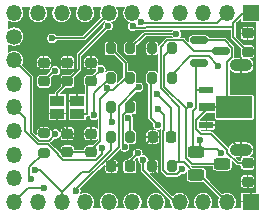
<source format=gbl>
G04 #@! TF.GenerationSoftware,KiCad,Pcbnew,9.0.1-9.0.1-0~ubuntu25.04.1*
G04 #@! TF.CreationDate,2025-05-06T20:57:22+10:00*
G04 #@! TF.ProjectId,MiniUNO,4d696e69-554e-44f2-9e6b-696361645f70,rev?*
G04 #@! TF.SameCoordinates,Original*
G04 #@! TF.FileFunction,Copper,L2,Bot*
G04 #@! TF.FilePolarity,Positive*
%FSLAX46Y46*%
G04 Gerber Fmt 4.6, Leading zero omitted, Abs format (unit mm)*
G04 Created by KiCad (PCBNEW 9.0.1-9.0.1-0~ubuntu25.04.1) date 2025-05-06 20:57:22*
%MOMM*%
%LPD*%
G01*
G04 APERTURE LIST*
G04 Aperture macros list*
%AMRoundRect*
0 Rectangle with rounded corners*
0 $1 Rounding radius*
0 $2 $3 $4 $5 $6 $7 $8 $9 X,Y pos of 4 corners*
0 Add a 4 corners polygon primitive as box body*
4,1,4,$2,$3,$4,$5,$6,$7,$8,$9,$2,$3,0*
0 Add four circle primitives for the rounded corners*
1,1,$1+$1,$2,$3*
1,1,$1+$1,$4,$5*
1,1,$1+$1,$6,$7*
1,1,$1+$1,$8,$9*
0 Add four rect primitives between the rounded corners*
20,1,$1+$1,$2,$3,$4,$5,0*
20,1,$1+$1,$4,$5,$6,$7,0*
20,1,$1+$1,$6,$7,$8,$9,0*
20,1,$1+$1,$8,$9,$2,$3,0*%
G04 Aperture macros list end*
G04 #@! TA.AperFunction,SMDPad,CuDef*
%ADD10RoundRect,0.225000X0.250000X-0.225000X0.250000X0.225000X-0.250000X0.225000X-0.250000X-0.225000X0*%
G04 #@! TD*
G04 #@! TA.AperFunction,SMDPad,CuDef*
%ADD11RoundRect,0.225000X0.225000X0.250000X-0.225000X0.250000X-0.225000X-0.250000X0.225000X-0.250000X0*%
G04 #@! TD*
G04 #@! TA.AperFunction,SMDPad,CuDef*
%ADD12RoundRect,0.200000X-0.200000X-0.275000X0.200000X-0.275000X0.200000X0.275000X-0.200000X0.275000X0*%
G04 #@! TD*
G04 #@! TA.AperFunction,SMDPad,CuDef*
%ADD13R,1.300500X0.900500*%
G04 #@! TD*
G04 #@! TA.AperFunction,SMDPad,CuDef*
%ADD14RoundRect,0.200000X0.200000X0.275000X-0.200000X0.275000X-0.200000X-0.275000X0.200000X-0.275000X0*%
G04 #@! TD*
G04 #@! TA.AperFunction,SMDPad,CuDef*
%ADD15RoundRect,0.200000X0.275000X-0.200000X0.275000X0.200000X-0.275000X0.200000X-0.275000X-0.200000X0*%
G04 #@! TD*
G04 #@! TA.AperFunction,HeatsinkPad*
%ADD16O,1.900000X1.050000*%
G04 #@! TD*
G04 #@! TA.AperFunction,SMDPad,CuDef*
%ADD17R,1.300000X0.550000*%
G04 #@! TD*
G04 #@! TA.AperFunction,SMDPad,CuDef*
%ADD18R,1.475000X0.800000*%
G04 #@! TD*
G04 #@! TA.AperFunction,SMDPad,CuDef*
%ADD19R,3.125000X1.850000*%
G04 #@! TD*
G04 #@! TA.AperFunction,ComponentPad*
%ADD20R,1.350000X1.350000*%
G04 #@! TD*
G04 #@! TA.AperFunction,ComponentPad*
%ADD21O,1.350000X1.350000*%
G04 #@! TD*
G04 #@! TA.AperFunction,SMDPad,CuDef*
%ADD22RoundRect,0.250000X-0.450000X-0.250000X0.450000X-0.250000X0.450000X0.250000X-0.450000X0.250000X0*%
G04 #@! TD*
G04 #@! TA.AperFunction,ComponentPad*
%ADD23C,1.350000*%
G04 #@! TD*
G04 #@! TA.AperFunction,SMDPad,CuDef*
%ADD24RoundRect,0.225000X-0.250000X0.225000X-0.250000X-0.225000X0.250000X-0.225000X0.250000X0.225000X0*%
G04 #@! TD*
G04 #@! TA.AperFunction,SMDPad,CuDef*
%ADD25RoundRect,0.150000X-0.587500X-0.150000X0.587500X-0.150000X0.587500X0.150000X-0.587500X0.150000X0*%
G04 #@! TD*
G04 #@! TA.AperFunction,ViaPad*
%ADD26C,0.600000*%
G04 #@! TD*
G04 #@! TA.AperFunction,Conductor*
%ADD27C,0.180000*%
G04 #@! TD*
G04 APERTURE END LIST*
D10*
G04 #@! TO.P,C1,1*
G04 #@! TO.N,XTAL1*
X-3500000Y2225000D03*
G04 #@! TO.P,C1,2*
G04 #@! TO.N,GND*
X-3500000Y3775000D03*
G04 #@! TD*
D11*
G04 #@! TO.P,C6,1*
G04 #@! TO.N,UCAP*
X5275000Y-2500000D03*
G04 #@! TO.P,C6,2*
G04 #@! TO.N,GND*
X3725000Y-2500000D03*
G04 #@! TD*
D12*
G04 #@! TO.P,R4,1*
G04 #@! TO.N,RESET*
X175000Y2500000D03*
G04 #@! TO.P,R4,2*
G04 #@! TO.N,+5V*
X1825000Y2500000D03*
G04 #@! TD*
D10*
G04 #@! TO.P,C3,1*
G04 #@! TO.N,+5V*
X-5500000Y2225000D03*
G04 #@! TO.P,C3,2*
G04 #@! TO.N,GND*
X-5500000Y3775000D03*
G04 #@! TD*
D13*
G04 #@! TO.P,Y1,1*
G04 #@! TO.N,XTAL1*
X-4349750Y549750D03*
G04 #@! TO.P,Y1,2,GND*
G04 #@! TO.N,GND*
X-2650250Y549750D03*
G04 #@! TO.P,Y1,3*
G04 #@! TO.N,XTAL2*
X-2650250Y-549750D03*
G04 #@! TO.P,Y1,4,GND*
G04 #@! TO.N,GND*
X-4349750Y-549750D03*
G04 #@! TD*
D10*
G04 #@! TO.P,C4,1*
G04 #@! TO.N,+5V*
X-3500000Y-3775000D03*
G04 #@! TO.P,C4,2*
G04 #@! TO.N,GND*
X-3500000Y-2225000D03*
G04 #@! TD*
D14*
G04 #@! TO.P,R2,1*
G04 #@! TO.N,Net-(J1-D-)*
X1825000Y0D03*
G04 #@! TO.P,R2,2*
G04 #@! TO.N,D-*
X175000Y0D03*
G04 #@! TD*
D11*
G04 #@! TO.P,C7,1*
G04 #@! TO.N,AREF*
X1775000Y-5000000D03*
G04 #@! TO.P,C7,2*
G04 #@! TO.N,GND*
X225000Y-5000000D03*
G04 #@! TD*
D12*
G04 #@! TO.P,R5,1*
G04 #@! TO.N,+5V*
X175000Y5000000D03*
G04 #@! TO.P,R5,2*
G04 #@! TO.N,Net-(D1-A)*
X1825000Y5000000D03*
G04 #@! TD*
D10*
G04 #@! TO.P,C5,1*
G04 #@! TO.N,+5V*
X-1500000Y-3775000D03*
G04 #@! TO.P,C5,2*
G04 #@! TO.N,GND*
X-1500000Y-2225000D03*
G04 #@! TD*
G04 #@! TO.P,C2,1*
G04 #@! TO.N,XTAL2*
X-1500000Y2225000D03*
G04 #@! TO.P,C2,2*
G04 #@! TO.N,GND*
X-1500000Y3775000D03*
G04 #@! TD*
D12*
G04 #@! TO.P,R7,1*
G04 #@! TO.N,GND*
X3675000Y5000000D03*
G04 #@! TO.P,R7,2*
G04 #@! TO.N,VUSB*
X5325000Y5000000D03*
G04 #@! TD*
G04 #@! TO.P,R8,1*
G04 #@! TO.N,GND*
X3675000Y-5000000D03*
G04 #@! TO.P,R8,2*
G04 #@! TO.N,VIN*
X5325000Y-5000000D03*
G04 #@! TD*
D15*
G04 #@! TO.P,R3,1*
G04 #@! TO.N,Net-(U1-~{HWB}{slash}PE2)*
X-5500000Y-3825000D03*
G04 #@! TO.P,R3,2*
G04 #@! TO.N,GND*
X-5500000Y-2175000D03*
G04 #@! TD*
D14*
G04 #@! TO.P,R1,1*
G04 #@! TO.N,Net-(J1-D+)*
X5325000Y2500000D03*
G04 #@! TO.P,R1,2*
G04 #@! TO.N,D+*
X3675000Y2500000D03*
G04 #@! TD*
D12*
G04 #@! TO.P,R6,1*
G04 #@! TO.N,D13{slash}USER_LED*
X175000Y-2500000D03*
G04 #@! TO.P,R6,2*
G04 #@! TO.N,Net-(D2-A)*
X1825000Y-2500000D03*
G04 #@! TD*
D16*
G04 #@! TO.P,J1,6,Shield*
G04 #@! TO.N,GND*
X11200000Y-3575000D03*
X11200000Y3575000D03*
G04 #@! TD*
D17*
G04 #@! TO.P,IC1,1,GND*
G04 #@! TO.N,GND*
X8250000Y-1500000D03*
D18*
G04 #@! TO.P,IC1,2,IN*
G04 #@! TO.N,Net-(IC1-IN)*
X8338000Y0D03*
D19*
X10638000Y0D03*
D17*
G04 #@! TO.P,IC1,3,OUT*
G04 #@! TO.N,+5V*
X8250000Y1500000D03*
G04 #@! TD*
D20*
G04 #@! TO.P,J3,1,Pin_1*
G04 #@! TO.N,GND*
X12000000Y-8000000D03*
D21*
G04 #@! TO.P,J3,2,Pin_2*
G04 #@! TO.N,VIN*
X10000000Y-8000000D03*
G04 #@! TO.P,J3,3,Pin_3*
G04 #@! TO.N,A5*
X8000000Y-8000000D03*
G04 #@! TO.P,J3,4,Pin_4*
G04 #@! TO.N,A4*
X6000000Y-8000000D03*
G04 #@! TO.P,J3,5,Pin_5*
G04 #@! TO.N,A3*
X4000000Y-8000000D03*
G04 #@! TO.P,J3,6,Pin_6*
G04 #@! TO.N,A2*
X2000000Y-8000000D03*
G04 #@! TO.P,J3,7,Pin_7*
G04 #@! TO.N,A1*
X0Y-8000000D03*
G04 #@! TO.P,J3,8,Pin_8*
G04 #@! TO.N,A0*
X-2000000Y-8000000D03*
G04 #@! TO.P,J3,9,Pin_9*
G04 #@! TO.N,D13{slash}USER_LED*
X-4000000Y-8000000D03*
G04 #@! TO.P,J3,10,Pin_10*
G04 #@! TO.N,D12*
X-6000000Y-8000000D03*
G04 #@! TO.P,J3,11,Pin_11*
G04 #@! TO.N,D11*
X-8000000Y-8000000D03*
G04 #@! TD*
D20*
G04 #@! TO.P,J2,1,Pin_1*
G04 #@! TO.N,+5V*
X12000000Y8000000D03*
D21*
G04 #@! TO.P,J2,2,Pin_2*
G04 #@! TO.N,RESET*
X10000000Y8000000D03*
G04 #@! TO.P,J2,3,Pin_3*
G04 #@! TO.N,SS*
X8000000Y8000000D03*
G04 #@! TO.P,J2,4,Pin_4*
G04 #@! TO.N,SCK*
X6000000Y8000000D03*
G04 #@! TO.P,J2,5,Pin_5*
G04 #@! TO.N,MOSI*
X4000000Y8000000D03*
G04 #@! TO.P,J2,6,Pin_6*
G04 #@! TO.N,MISO*
X2000000Y8000000D03*
G04 #@! TO.P,J2,7,Pin_7*
G04 #@! TO.N,CTS*
X0Y8000000D03*
G04 #@! TO.P,J2,8,Pin_8*
G04 #@! TO.N,D0{slash}RX*
X-2000000Y8000000D03*
G04 #@! TO.P,J2,9,Pin_9*
G04 #@! TO.N,D1{slash}TX*
X-4000000Y8000000D03*
G04 #@! TO.P,J2,10,Pin_10*
G04 #@! TO.N,D2{slash}SDA*
X-6000000Y8000000D03*
G04 #@! TO.P,J2,11,Pin_11*
G04 #@! TO.N,D3{slash}SCL*
X-8000000Y8000000D03*
G04 #@! TD*
D10*
G04 #@! TO.P,C8,1*
G04 #@! TO.N,+5V*
X11750000Y4725000D03*
G04 #@! TO.P,C8,2*
G04 #@! TO.N,GND*
X11750000Y6275000D03*
G04 #@! TD*
D22*
G04 #@! TO.P,Q1,1,G*
G04 #@! TO.N,VIN*
X7400000Y-5700000D03*
G04 #@! TO.P,Q1,2,S*
G04 #@! TO.N,+5V*
X7400000Y-3800000D03*
G04 #@! TO.P,Q1,3,D*
G04 #@! TO.N,VUSB*
X9600000Y-4750000D03*
G04 #@! TD*
D23*
G04 #@! TO.P,J4,1,Pin_1*
G04 #@! TO.N,D4*
X-8000000Y6000000D03*
D21*
G04 #@! TO.P,J4,2,Pin_2*
G04 #@! TO.N,D5*
X-8000000Y4000000D03*
G04 #@! TO.P,J4,3,Pin_3*
G04 #@! TO.N,D6*
X-8000000Y2000000D03*
G04 #@! TO.P,J4,4,Pin_4*
G04 #@! TO.N,D7*
X-8000000Y0D03*
G04 #@! TO.P,J4,5,Pin_5*
G04 #@! TO.N,D8*
X-8000000Y-2000000D03*
G04 #@! TO.P,J4,6,Pin_6*
G04 #@! TO.N,D9*
X-8000000Y-4000000D03*
G04 #@! TO.P,J4,7,Pin_7*
G04 #@! TO.N,D10*
X-8000000Y-6000000D03*
G04 #@! TD*
D24*
G04 #@! TO.P,C9,1*
G04 #@! TO.N,Net-(IC1-IN)*
X11750000Y-4725000D03*
G04 #@! TO.P,C9,2*
G04 #@! TO.N,GND*
X11750000Y-6275000D03*
G04 #@! TD*
D25*
G04 #@! TO.P,Q2,1,G*
G04 #@! TO.N,+5V*
X7625000Y3800000D03*
G04 #@! TO.P,Q2,2,S*
G04 #@! TO.N,Net-(IC1-IN)*
X7625000Y5700000D03*
G04 #@! TO.P,Q2,3,D*
G04 #@! TO.N,VIN*
X9500000Y4750000D03*
G04 #@! TD*
D26*
G04 #@! TO.N,D-*
X273700Y-1259500D03*
G04 #@! TO.N,D+*
X4162100Y-1480000D03*
G04 #@! TO.N,VUSB*
X6897300Y164000D03*
G04 #@! TO.N,UCAP*
X4079300Y1121400D03*
G04 #@! TO.N,AREF*
X2455600Y-3884500D03*
G04 #@! TO.N,D7*
X-598500Y-3399200D03*
G04 #@! TO.N,Net-(D2-A)*
X1662400Y-933100D03*
X4151700Y-152400D03*
X6207900Y-5228600D03*
G04 #@! TO.N,D11*
X-5478900Y-6835300D03*
X-2788400Y-7040400D03*
X2527700Y1706200D03*
G04 #@! TO.N,CTS*
X-4790800Y5859200D03*
G04 #@! TO.N,D5*
X-4514600Y-2238600D03*
G04 #@! TO.N,A4*
X2905000Y-4427600D03*
G04 #@! TO.N,D13{slash}USER_LED*
X-6224600Y-5285400D03*
G04 #@! TO.N,+5V*
X7701400Y-2761700D03*
X-4538300Y3106000D03*
X-124300Y1607000D03*
X2015300Y6878700D03*
X9507300Y-3839300D03*
G04 #@! TO.N,Net-(U1-~{HWB}{slash}PE2)*
X-6557700Y-6042700D03*
G04 #@! TO.N,Net-(J1-D-)*
X1348200Y-3350400D03*
G04 #@! TO.N,Net-(J1-D+)*
X9276500Y3513800D03*
G04 #@! TO.N,Net-(D1-A)*
X5723500Y6223900D03*
G04 #@! TO.N,RESET*
X-1235500Y-663700D03*
X2758500Y7197000D03*
G04 #@! TO.N,XTAL2*
X-664400Y3202600D03*
G04 #@! TO.N,GND*
X5067100Y-6618500D03*
X-2435400Y-3178800D03*
X-2423200Y2167100D03*
X11042100Y6969700D03*
X2937700Y-991800D03*
G04 #@! TO.N,XTAL1*
X-50000Y6912500D03*
G04 #@! TD*
D27*
G04 #@! TO.N,GND*
X5067100Y-6618500D02*
X3675000Y-5226400D01*
X3675000Y-5226400D02*
X3675000Y-5000000D01*
G04 #@! TO.N,D5*
X-8000000Y4000000D02*
X-6583500Y2583500D01*
X-6583500Y2583500D02*
X-6583500Y-2153900D01*
X-6583500Y-2153900D02*
X-5924800Y-2812600D01*
X-5924800Y-2812600D02*
X-5088600Y-2812600D01*
X-5088600Y-2812600D02*
X-4514600Y-2238600D01*
G04 #@! TO.N,GND*
X225000Y-5000000D02*
X645721Y-5000000D01*
X645721Y-5000000D02*
X2606221Y-3039500D01*
X2606221Y-3039500D02*
X2800700Y-3039500D01*
X2800700Y-3039500D02*
X2844400Y-2995800D01*
X3675000Y-5000000D02*
X3675000Y-3826500D01*
X3675000Y-3826500D02*
X3258700Y-3410200D01*
G04 #@! TO.N,VIN*
X10000000Y-8000000D02*
X7700000Y-5700000D01*
X7700000Y-5700000D02*
X7400000Y-5700000D01*
G04 #@! TO.N,A4*
X6000000Y-8000000D02*
X5568300Y-8000000D01*
X5568300Y-8000000D02*
X2905000Y-5336700D01*
X2905000Y-5336700D02*
X2905000Y-4427600D01*
G04 #@! TO.N,D11*
X-8000000Y-8000000D02*
X-6835300Y-6835300D01*
X-6835300Y-6835300D02*
X-5478900Y-6835300D01*
G04 #@! TO.N,D7*
X-8000000Y0D02*
X-7133300Y-866700D01*
X-7133300Y-866700D02*
X-7133300Y-2002500D01*
X-7133300Y-2002500D02*
X-6001900Y-3133900D01*
X-6001900Y-3133900D02*
X-5114400Y-3133900D01*
X-5114400Y-3133900D02*
X-4281100Y-3967200D01*
X-4281100Y-3967200D02*
X-4281100Y-4064400D01*
X-598500Y-3954500D02*
X-598500Y-3399200D01*
X-4281100Y-4064400D02*
X-3915400Y-4430100D01*
X-3915400Y-4430100D02*
X-1074100Y-4430100D01*
X-1074100Y-4430100D02*
X-598500Y-3954500D01*
G04 #@! TO.N,CTS*
X0Y8000000D02*
X-2120800Y5879200D01*
X-2120800Y5879200D02*
X-2879200Y5879200D01*
G04 #@! TO.N,+5V*
X12000000Y8000000D02*
X11377100Y8000000D01*
X11377100Y8000000D02*
X10550400Y7173300D01*
G04 #@! TO.N,RESET*
X10000000Y8000000D02*
X9133300Y7133300D01*
X9133300Y7133300D02*
X2822200Y7133300D01*
X2822200Y7133300D02*
X2758500Y7197000D01*
G04 #@! TO.N,Net-(IC1-IN)*
X9108600Y0D02*
X10046200Y0D01*
X10046200Y0D02*
X10638000Y0D01*
X8338000Y0D02*
X8723300Y0D01*
X8723300Y0D02*
X9108600Y0D01*
X10046200Y3863100D02*
X10046200Y0D01*
X10436700Y4253600D02*
X10046200Y3863100D01*
X10436700Y5072000D02*
X10436700Y4253600D01*
X9808700Y5700000D02*
X10436700Y5072000D01*
X7625000Y5700000D02*
X9808700Y5700000D01*
X8508700Y0D02*
X8723300Y0D01*
X7408300Y-1100400D02*
X8508700Y0D01*
X7408300Y-1854400D02*
X7408300Y-1100400D01*
X7771200Y-2217300D02*
X7408300Y-1854400D01*
X8635600Y-2217300D02*
X7771200Y-2217300D01*
X9999000Y-3580700D02*
X8635600Y-2217300D01*
X9999000Y-3817800D02*
X9999000Y-3580700D01*
X10906200Y-4725000D02*
X9999000Y-3817800D01*
X11750000Y-4725000D02*
X10906200Y-4725000D01*
G04 #@! TO.N,D-*
X175000Y-1160800D02*
X273700Y-1259500D01*
X175000Y0D02*
X175000Y-1160800D01*
G04 #@! TO.N,D+*
X3545000Y-862900D02*
X4162100Y-1480000D01*
X3545000Y2370000D02*
X3545000Y-862900D01*
X3675000Y2500000D02*
X3545000Y2370000D01*
X4162100Y-1480000D02*
X4161000Y-1478900D01*
X4161000Y-1478900D02*
X4162100Y-1480000D01*
G04 #@! TO.N,VUSB*
X6507300Y-4245300D02*
X6507300Y-91300D01*
X7012000Y-4750000D02*
X6507300Y-4245300D01*
X9600000Y-4750000D02*
X7012000Y-4750000D01*
X6642000Y-91300D02*
X6507300Y-91300D01*
X6897300Y164000D02*
X6642000Y-91300D01*
X4680000Y4355000D02*
X5325000Y5000000D01*
X4680000Y1736000D02*
X4680000Y4355000D01*
X6507300Y-91300D02*
X4680000Y1736000D01*
G04 #@! TO.N,UCAP*
X5275000Y-74300D02*
X5275000Y-2500000D01*
X4079300Y1121400D02*
X5275000Y-74300D01*
G04 #@! TO.N,VIN*
X5671600Y-4653400D02*
X5963300Y-4653400D01*
X5325000Y-5000000D02*
X5671600Y-4653400D01*
X6353400Y-4653400D02*
X5963300Y-4653400D01*
X7400000Y-5700000D02*
X6353400Y-4653400D01*
X7257800Y4750000D02*
X9500000Y4750000D01*
X6319200Y5688600D02*
X7257800Y4750000D01*
X4968900Y5688600D02*
X6319200Y5688600D01*
X4398300Y5118000D02*
X4968900Y5688600D01*
X4398300Y1619200D02*
X4398300Y5118000D01*
X5963300Y54200D02*
X4398300Y1619200D01*
X5963300Y-4653400D02*
X5963300Y54200D01*
G04 #@! TO.N,AREF*
X1775000Y-4565100D02*
X1775000Y-5000000D01*
X2400000Y-3940100D02*
X1775000Y-4565100D01*
X2400000Y-3940100D02*
X2455600Y-3884500D01*
G04 #@! TO.N,Net-(D2-A)*
X5769000Y-5667500D02*
X6207900Y-5228600D01*
X4962300Y-5667500D02*
X5769000Y-5667500D01*
X4587800Y-5293000D02*
X4962300Y-5667500D01*
X4587800Y-1961300D02*
X4587800Y-5293000D01*
X4664800Y-1884300D02*
X4587800Y-1961300D01*
X4664800Y-665500D02*
X4664800Y-1884300D01*
X4151700Y-152400D02*
X4664800Y-665500D01*
X1825000Y-1095700D02*
X1824100Y-1094800D01*
X1825000Y-2500000D02*
X1825000Y-1095700D01*
X1824100Y-1094800D02*
X1662400Y-933100D01*
G04 #@! TO.N,D11*
X-2788400Y-6945800D02*
X-2788400Y-7040400D01*
X827600Y-3329800D02*
X-2788400Y-6945800D01*
X827600Y110800D02*
X827600Y-3329800D01*
X2423000Y1706200D02*
X827600Y110800D01*
X2527700Y1706200D02*
X2423000Y1706200D01*
X2527700Y1706200D02*
X2423000Y1706200D01*
X2423000Y1706200D02*
X2527700Y1706200D01*
X-2788400Y-7040400D02*
X-2967900Y-6860900D01*
X-2967900Y-6860900D02*
X-2788400Y-7040400D01*
G04 #@! TO.N,CTS*
X-2899200Y5859200D02*
X-4790800Y5859200D01*
X-2879200Y5879200D02*
X-2899200Y5859200D01*
G04 #@! TO.N,A4*
X2905000Y-4427600D02*
X2986900Y-4345700D01*
X2986900Y-4345700D02*
X2905000Y-4427600D01*
G04 #@! TO.N,D13{slash}USER_LED*
X-4000000Y-8000000D02*
X-4000000Y-7566600D01*
X-4000000Y-7321800D02*
X-4000000Y-7133300D01*
X-4000000Y-7566600D02*
X-4000000Y-7321800D01*
X-5847900Y-5285400D02*
X-6224600Y-5285400D01*
X-4000000Y-7133300D02*
X-5847900Y-5285400D01*
X-2303100Y-5436400D02*
X-4000000Y-7133300D01*
X-1679300Y-5436400D02*
X-2303100Y-5436400D01*
X175000Y-3582100D02*
X-1679300Y-5436400D01*
X175000Y-2500000D02*
X175000Y-3582100D01*
G04 #@! TO.N,+5V*
X7479400Y1500000D02*
X7408300Y1500000D01*
X8250000Y1500000D02*
X7479400Y1500000D01*
X-4619000Y3106000D02*
X-4538300Y3106000D01*
X-5500000Y2225000D02*
X-4619000Y3106000D01*
X1417300Y3757700D02*
X175000Y5000000D01*
X1417300Y2500000D02*
X1417300Y3757700D01*
X1417300Y2500000D02*
X1825000Y2500000D01*
X-3500000Y-3775000D02*
X-1500000Y-3775000D01*
X-124300Y1605400D02*
X-124300Y1607000D01*
X11300Y1469800D02*
X-124300Y1605400D01*
X10550400Y7173300D02*
X10550400Y6778400D01*
X2188700Y6705300D02*
X2015300Y6878700D01*
X3089400Y6705300D02*
X2188700Y6705300D01*
X3162500Y6778400D02*
X3089400Y6705300D01*
X10550400Y6778400D02*
X3162500Y6778400D01*
X10550400Y5924600D02*
X11750000Y4725000D01*
X10550400Y6778400D02*
X10550400Y5924600D01*
X7408300Y3583300D02*
X7625000Y3800000D01*
X7408300Y1500000D02*
X7408300Y3583300D01*
X7389000Y1409600D02*
X7479400Y1500000D01*
X7389000Y-39700D02*
X7389000Y1409600D01*
X7118300Y-310400D02*
X7389000Y-39700D01*
X7118300Y-3518300D02*
X7118300Y-310400D01*
X7400000Y-3800000D02*
X7118300Y-3518300D01*
X387100Y1469800D02*
X1417300Y2500000D01*
X11300Y1469800D02*
X387100Y1469800D01*
X-1500000Y-3605400D02*
X-1500000Y-3775000D01*
X-743800Y-2849200D02*
X-1500000Y-3605400D01*
X-743800Y714700D02*
X-743800Y-2849200D01*
X11300Y1469800D02*
X-743800Y714700D01*
X9166600Y-3498600D02*
X7701400Y-3498600D01*
X9507300Y-3839300D02*
X9166600Y-3498600D01*
X7400000Y-3800000D02*
X7701400Y-3498600D01*
X7701400Y-3498600D02*
X7701400Y-2761700D01*
G04 #@! TO.N,Net-(U1-~{HWB}{slash}PE2)*
X-6719100Y-5044100D02*
X-5500000Y-3825000D01*
X-6719100Y-5881300D02*
X-6719100Y-5044100D01*
X-6557700Y-6042700D02*
X-6719100Y-5881300D01*
X-6557700Y-6042700D02*
X-6557700Y-6041100D01*
X-6557700Y-6041100D02*
X-6557700Y-6042700D01*
G04 #@! TO.N,Net-(J1-D-)*
X1348200Y-3350400D02*
X1199700Y-3350400D01*
X1199700Y-3350400D02*
X1348200Y-3350400D01*
X1169100Y-655900D02*
X1825000Y0D01*
X1169100Y-3171300D02*
X1169100Y-655900D01*
X1348200Y-3350400D02*
X1169100Y-3171300D01*
G04 #@! TO.N,Net-(J1-D+)*
X8464100Y4326200D02*
X9276500Y3513800D01*
X6913300Y4326200D02*
X8464100Y4326200D01*
X5325000Y2737900D02*
X6913300Y4326200D01*
X5325000Y2500000D02*
X5325000Y2737900D01*
G04 #@! TO.N,Net-(D1-A)*
X3048900Y6223900D02*
X5723500Y6223900D01*
X1825000Y5000000D02*
X3048900Y6223900D01*
G04 #@! TO.N,RESET*
X-1235500Y1191100D02*
X-1235500Y-663700D01*
X73400Y2500000D02*
X-1235500Y1191100D01*
X175000Y2500000D02*
X73400Y2500000D01*
G04 #@! TO.N,XTAL2*
X-2650200Y-549800D02*
X-1808300Y-549800D01*
X-1808300Y1916700D02*
X-1808300Y-549800D01*
X-1500000Y2225000D02*
X-1808300Y1916700D01*
X-1500000Y2367000D02*
X-1500000Y2225000D01*
X-664400Y3202600D02*
X-1500000Y2367000D01*
G04 #@! TO.N,GND*
X-4349700Y-549800D02*
X-4349700Y-1191800D01*
X12000000Y-8000000D02*
X12000000Y-7133300D01*
X-5500000Y3775000D02*
X-3500000Y3775000D01*
X-3500000Y-2041500D02*
X-3500000Y-2133200D01*
X-4349700Y-1191800D02*
X-3500000Y-2041500D01*
X-3500000Y541900D02*
X-3492200Y549700D01*
X-3500000Y-2133200D02*
X-3500000Y541900D01*
X-2650200Y549700D02*
X-3492200Y549700D01*
X11750000Y-6883300D02*
X11750000Y-6275000D01*
X12000000Y-7133300D02*
X11750000Y-6883300D01*
X-3500000Y-2133200D02*
X-3500000Y-2225000D01*
X-1500000Y-2225000D02*
X-3500000Y-2225000D01*
X-5332900Y-2175000D02*
X-4349700Y-1191800D01*
X-5500000Y-2175000D02*
X-5332900Y-2175000D01*
X-6193600Y3081400D02*
X-5500000Y3775000D01*
X-6193600Y-1481400D02*
X-6193600Y3081400D01*
X-5500000Y-2175000D02*
X-6193600Y-1481400D01*
X-3389200Y-2225000D02*
X-3500000Y-2225000D01*
X-2435400Y-3178800D02*
X-3389200Y-2225000D01*
X-2650200Y1940100D02*
X-2423200Y2167100D01*
X-2650200Y549700D02*
X-2650200Y1940100D01*
X11736800Y6275000D02*
X11042100Y6969700D01*
X11750000Y6275000D02*
X11736800Y6275000D01*
X-2423200Y2851800D02*
X-1500000Y3775000D01*
X-2423200Y2167100D02*
X-2423200Y2851800D01*
X3725000Y-2500000D02*
X3036800Y-3188200D01*
X3258700Y-3410200D02*
X3036800Y-3188200D01*
X3036800Y-3188200D02*
X2844400Y-2995800D01*
X9125000Y-1500000D02*
X8250000Y-1500000D01*
X11200000Y-3575000D02*
X9125000Y-1500000D01*
X3675000Y3959100D02*
X3675000Y5000000D01*
X2844400Y3128500D02*
X3675000Y3959100D01*
X2657000Y3128500D02*
X2844400Y3128500D01*
X1000000Y4785500D02*
X2657000Y3128500D01*
X1000000Y5274100D02*
X1000000Y4785500D01*
X574000Y5700100D02*
X1000000Y5274100D01*
X-176600Y5700100D02*
X574000Y5700100D01*
X-1500000Y4376700D02*
X-176600Y5700100D01*
X-1500000Y3775000D02*
X-1500000Y4376700D01*
X2844400Y-1085100D02*
X2937700Y-991800D01*
X2844400Y-2995800D02*
X2844400Y-1085100D01*
X-2435400Y-3178800D02*
X-2523600Y-3267000D01*
X-2523600Y-3267000D02*
X-2435400Y-3178800D01*
X3019400Y2953500D02*
X2844400Y3128500D01*
X3019400Y-910100D02*
X3019400Y2953500D01*
X2937700Y-991800D02*
X3019400Y-910100D01*
G04 #@! TO.N,XTAL1*
X-3500000Y2041300D02*
X-3500000Y2225000D01*
X-4349700Y1191600D02*
X-3500000Y2041300D01*
X-4349700Y549700D02*
X-4349700Y1191600D01*
X-2499900Y4462600D02*
X-50000Y6912500D01*
X-2499900Y3225100D02*
X-2499900Y4462600D01*
X-3500000Y2225000D02*
X-2499900Y3225100D01*
G04 #@! TD*
G04 #@! TA.AperFunction,Conductor*
G04 #@! TO.N,GND*
G36*
X-6655955Y8485148D02*
G01*
X-6641603Y8450500D01*
X-6649861Y8423277D01*
X-6687239Y8367337D01*
X-6745698Y8226205D01*
X-6775500Y8076380D01*
X-6775500Y7923620D01*
X-6745698Y7773795D01*
X-6687239Y7632663D01*
X-6648081Y7574059D01*
X-6602372Y7505650D01*
X-6494349Y7397627D01*
X-6435636Y7358397D01*
X-6367337Y7312761D01*
X-6367333Y7312759D01*
X-6367331Y7312758D01*
X-6226212Y7254304D01*
X-6226206Y7254302D01*
X-6226205Y7254302D01*
X-6226202Y7254301D01*
X-6226193Y7254299D01*
X-6076385Y7224500D01*
X-6076380Y7224500D01*
X-5923614Y7224500D01*
X-5773806Y7254299D01*
X-5773787Y7254304D01*
X-5632668Y7312758D01*
X-5632667Y7312758D01*
X-5505650Y7397627D01*
X-5397627Y7505650D01*
X-5312758Y7632667D01*
X-5312758Y7632668D01*
X-5254304Y7773787D01*
X-5254299Y7773806D01*
X-5224500Y7923614D01*
X-5224500Y8076385D01*
X-5254299Y8226193D01*
X-5254304Y8226212D01*
X-5312758Y8367331D01*
X-5312758Y8367332D01*
X-5350139Y8423277D01*
X-5357455Y8460060D01*
X-5336620Y8491242D01*
X-5309397Y8499500D01*
X-4690603Y8499500D01*
X-4655955Y8485148D01*
X-4641603Y8450500D01*
X-4649861Y8423277D01*
X-4687239Y8367337D01*
X-4745698Y8226205D01*
X-4775500Y8076380D01*
X-4775500Y7923620D01*
X-4745698Y7773795D01*
X-4687239Y7632663D01*
X-4648081Y7574059D01*
X-4602372Y7505650D01*
X-4494349Y7397627D01*
X-4435636Y7358397D01*
X-4367337Y7312761D01*
X-4367333Y7312759D01*
X-4367331Y7312758D01*
X-4226212Y7254304D01*
X-4226206Y7254302D01*
X-4226205Y7254302D01*
X-4226202Y7254301D01*
X-4226193Y7254299D01*
X-4076385Y7224500D01*
X-4076380Y7224500D01*
X-3923614Y7224500D01*
X-3773806Y7254299D01*
X-3773787Y7254304D01*
X-3632668Y7312758D01*
X-3632667Y7312758D01*
X-3505650Y7397627D01*
X-3397627Y7505650D01*
X-3312758Y7632667D01*
X-3312758Y7632668D01*
X-3254304Y7773787D01*
X-3254299Y7773806D01*
X-3224500Y7923614D01*
X-3224500Y8076385D01*
X-3254299Y8226193D01*
X-3254304Y8226212D01*
X-3312758Y8367331D01*
X-3312758Y8367332D01*
X-3350139Y8423277D01*
X-3357455Y8460060D01*
X-3336620Y8491242D01*
X-3309397Y8499500D01*
X-2690603Y8499500D01*
X-2655955Y8485148D01*
X-2641603Y8450500D01*
X-2649861Y8423277D01*
X-2687239Y8367337D01*
X-2745698Y8226205D01*
X-2775500Y8076380D01*
X-2775500Y7923620D01*
X-2745698Y7773795D01*
X-2687239Y7632663D01*
X-2648081Y7574059D01*
X-2602372Y7505650D01*
X-2494349Y7397627D01*
X-2435636Y7358397D01*
X-2367337Y7312761D01*
X-2367333Y7312759D01*
X-2367331Y7312758D01*
X-2226212Y7254304D01*
X-2226206Y7254302D01*
X-2226205Y7254302D01*
X-2226202Y7254301D01*
X-2226193Y7254299D01*
X-2076385Y7224500D01*
X-2076380Y7224500D01*
X-1923614Y7224500D01*
X-1773806Y7254299D01*
X-1773787Y7254304D01*
X-1632668Y7312758D01*
X-1632667Y7312758D01*
X-1505650Y7397627D01*
X-1397627Y7505650D01*
X-1312758Y7632667D01*
X-1312758Y7632668D01*
X-1254304Y7773787D01*
X-1254299Y7773806D01*
X-1224500Y7923614D01*
X-1224500Y8076385D01*
X-1254299Y8226193D01*
X-1254304Y8226212D01*
X-1312758Y8367331D01*
X-1312758Y8367332D01*
X-1350139Y8423277D01*
X-1357455Y8460060D01*
X-1336620Y8491242D01*
X-1309397Y8499500D01*
X-690603Y8499500D01*
X-655955Y8485148D01*
X-641603Y8450500D01*
X-649861Y8423277D01*
X-687239Y8367337D01*
X-745698Y8226205D01*
X-775500Y8076380D01*
X-775500Y7923620D01*
X-745698Y7773795D01*
X-687239Y7632663D01*
X-687235Y7632657D01*
X-686787Y7631818D01*
X-686754Y7631492D01*
X-686318Y7630438D01*
X-686637Y7630305D01*
X-683100Y7594497D01*
X-695344Y7574061D01*
X-1836516Y6432891D01*
X-2185355Y6084052D01*
X-2220003Y6069700D01*
X-2917093Y6069700D01*
X-2956372Y6053430D01*
X-2975124Y6049700D01*
X-4410037Y6049700D01*
X-4444685Y6064052D01*
X-4452472Y6074199D01*
X-4453734Y6076385D01*
X-4470320Y6105113D01*
X-4544887Y6179680D01*
X-4578313Y6198978D01*
X-4636210Y6232406D01*
X-4636212Y6232406D01*
X-4636213Y6232407D01*
X-4661678Y6239230D01*
X-4738070Y6259700D01*
X-4738073Y6259700D01*
X-4843527Y6259700D01*
X-4843530Y6259700D01*
X-4904643Y6243324D01*
X-4945387Y6232407D01*
X-5036713Y6179680D01*
X-5111280Y6105113D01*
X-5164007Y6013787D01*
X-5191299Y5911930D01*
X-5191300Y5911930D01*
X-5191300Y5806470D01*
X-5191299Y5806469D01*
X-5169470Y5725000D01*
X-5164007Y5704614D01*
X-5164006Y5704610D01*
X-5143273Y5668700D01*
X-5122470Y5632668D01*
X-5111279Y5613286D01*
X-5036713Y5538720D01*
X-4945389Y5485993D01*
X-4945385Y5485992D01*
X-4843530Y5458700D01*
X-4843527Y5458700D01*
X-4738069Y5458700D01*
X-4636214Y5485992D01*
X-4636210Y5485993D01*
X-4544886Y5538720D01*
X-4544886Y5538721D01*
X-4470322Y5613284D01*
X-4459131Y5632667D01*
X-4452471Y5644201D01*
X-4422718Y5667031D01*
X-4410037Y5668700D01*
X-2861305Y5668700D01*
X-2822028Y5684970D01*
X-2803276Y5688700D01*
X-2082905Y5688700D01*
X-2012889Y5717702D01*
X-1986096Y5744496D01*
X-1959302Y5771290D01*
X-1959301Y5771291D01*
X-1202032Y6528560D01*
X-425939Y7304652D01*
X-391291Y7319004D01*
X-369605Y7313572D01*
X-369560Y7313682D01*
X-368824Y7313377D01*
X-368196Y7313220D01*
X-367339Y7312762D01*
X-367337Y7312761D01*
X-358870Y7309254D01*
X-328169Y7296537D01*
X-301651Y7270018D01*
X-301651Y7232515D01*
X-312268Y7216624D01*
X-370480Y7158413D01*
X-423207Y7067087D01*
X-450499Y6965230D01*
X-450500Y6965230D01*
X-450500Y6859771D01*
X-441261Y6825293D01*
X-446155Y6788111D01*
X-453939Y6777966D01*
X-2600916Y4630990D01*
X-2600918Y4630989D01*
X-2607809Y4624098D01*
X-2607810Y4624098D01*
X-2661398Y4570510D01*
X-2690400Y4500493D01*
X-2690400Y4500490D01*
X-2690400Y3324302D01*
X-2704751Y3289655D01*
X-2965301Y3029105D01*
X-3204555Y2789851D01*
X-3239203Y2775499D01*
X-3788138Y2775499D01*
X-3835545Y2769259D01*
X-3939579Y2720747D01*
X-4020747Y2639579D01*
X-4069259Y2535545D01*
X-4075500Y2488139D01*
X-4075499Y1961862D01*
X-4069259Y1914455D01*
X-4028738Y1827559D01*
X-4027103Y1790094D01*
X-4038498Y1772207D01*
X-4450716Y1359990D01*
X-4450718Y1359989D01*
X-4457609Y1353098D01*
X-4457610Y1353098D01*
X-4511198Y1299510D01*
X-4540200Y1229493D01*
X-4540200Y1229490D01*
X-4540200Y1149499D01*
X-4554552Y1114851D01*
X-4589200Y1100499D01*
X-5009898Y1100499D01*
X-5039213Y1094669D01*
X-5072457Y1072457D01*
X-5094669Y1039213D01*
X-5100500Y1009899D01*
X-5100499Y89602D01*
X-5094669Y60287D01*
X-5094668Y60285D01*
X-5086619Y48239D01*
X-5072457Y27043D01*
X-5072455Y27042D01*
X-5072276Y26773D01*
X-5064960Y-10010D01*
X-5072276Y-27672D01*
X-5094197Y-60480D01*
X-5100000Y-89654D01*
X-5100000Y-499750D01*
X-3599501Y-499750D01*
X-3599501Y-89654D01*
X-3605302Y-60481D01*
X-3605305Y-60474D01*
X-3627223Y-27672D01*
X-3634539Y9110D01*
X-3627223Y26772D01*
X-3604831Y60283D01*
X-3604830Y60287D01*
X-3599000Y89595D01*
X-3599000Y1009845D01*
X-3400500Y1009845D01*
X-3400500Y599750D01*
X-2700250Y599750D01*
X-2700250Y1099999D01*
X-3310345Y1099999D01*
X-3339518Y1094197D01*
X-3339522Y1094195D01*
X-3372597Y1072095D01*
X-3394697Y1039019D01*
X-3400500Y1009845D01*
X-3599000Y1009845D01*
X-3599000Y1009894D01*
X-3599001Y1009895D01*
X-3599001Y1009898D01*
X-3604831Y1039213D01*
X-3604832Y1039215D01*
X-3604832Y1039216D01*
X-3627042Y1072456D01*
X-3630100Y1074499D01*
X-3660287Y1094669D01*
X-3689601Y1100500D01*
X-4053096Y1100499D01*
X-4087744Y1114851D01*
X-4102096Y1149499D01*
X-4087744Y1184147D01*
X-3611742Y1660148D01*
X-3577094Y1674500D01*
X-3211867Y1674500D01*
X-3211861Y1674501D01*
X-3164454Y1680740D01*
X-3060420Y1729253D01*
X-3060418Y1729254D01*
X-2979254Y1810418D01*
X-2979253Y1810420D01*
X-2930742Y1914452D01*
X-2930741Y1914453D01*
X-2926099Y1949716D01*
X-2924500Y1961861D01*
X-2924500Y2180141D01*
X-2924500Y2488132D01*
X-2924501Y2488138D01*
X-2926344Y2502138D01*
X-2916636Y2538362D01*
X-2912411Y2543180D01*
X-2391991Y3063601D01*
X-2391990Y3063602D01*
X-2362188Y3093404D01*
X-2338402Y3117189D01*
X-2309400Y3187205D01*
X-2309400Y3511919D01*
X-2074999Y3511919D01*
X-2074998Y3511914D01*
X-2068769Y3464585D01*
X-2020331Y3360711D01*
X-2020330Y3360709D01*
X-1939290Y3279669D01*
X-1939288Y3279668D01*
X-1835415Y3231231D01*
X-1788081Y3225000D01*
X-1550000Y3225000D01*
X-1550000Y3725000D01*
X-2074999Y3725000D01*
X-2074999Y3511919D01*
X-2309400Y3511919D01*
X-2309400Y4038081D01*
X-2075000Y4038081D01*
X-2075000Y3825000D01*
X-1550000Y3825000D01*
X-1550000Y4324998D01*
X-1450000Y4324998D01*
X-1450000Y3825000D01*
X-925001Y3825000D01*
X-925001Y4038085D01*
X-931230Y4085414D01*
X-979668Y4189288D01*
X-979669Y4189290D01*
X-1060709Y4270330D01*
X-1060711Y4270331D01*
X-1164584Y4318768D01*
X-1211918Y4324999D01*
X-1449999Y4324999D01*
X-1450000Y4324998D01*
X-1550000Y4324998D01*
X-1550000Y4324999D01*
X-1788081Y4324999D01*
X-1788085Y4324998D01*
X-1835414Y4318769D01*
X-1939288Y4270331D01*
X-1939290Y4270330D01*
X-2020330Y4189290D01*
X-2020331Y4189288D01*
X-2068768Y4085415D01*
X-2075000Y4038081D01*
X-2309400Y4038081D01*
X-2309400Y4363396D01*
X-2295048Y4398044D01*
X-184536Y6508555D01*
X-149888Y6522907D01*
X-137207Y6521238D01*
X-102728Y6512000D01*
X-102727Y6512000D01*
X2730Y6512000D01*
X104585Y6539292D01*
X104589Y6539293D01*
X195913Y6592020D01*
X270479Y6666586D01*
X282405Y6687241D01*
X303693Y6724114D01*
X323206Y6757910D01*
X323207Y6757914D01*
X350499Y6859769D01*
X350500Y6859770D01*
X350500Y6965230D01*
X332264Y7033285D01*
X323207Y7067087D01*
X270480Y7158413D01*
X241563Y7187330D01*
X227211Y7221978D01*
X241563Y7256626D01*
X257460Y7267248D01*
X367331Y7312758D01*
X367332Y7312758D01*
X367335Y7312760D01*
X367337Y7312761D01*
X414157Y7344045D01*
X494349Y7397627D01*
X602372Y7505650D01*
X648081Y7574059D01*
X687239Y7632663D01*
X745698Y7773795D01*
X775500Y7923620D01*
X775500Y8076380D01*
X745698Y8226205D01*
X687239Y8367337D01*
X649861Y8423277D01*
X642545Y8460060D01*
X663380Y8491242D01*
X690603Y8499500D01*
X1309397Y8499500D01*
X1344045Y8485148D01*
X1358397Y8450500D01*
X1350139Y8423277D01*
X1312758Y8367332D01*
X1312758Y8367331D01*
X1254304Y8226212D01*
X1254299Y8226193D01*
X1224500Y8076385D01*
X1224500Y7923614D01*
X1254299Y7773806D01*
X1254304Y7773787D01*
X1312758Y7632668D01*
X1312758Y7632667D01*
X1397627Y7505650D01*
X1505650Y7397627D01*
X1632666Y7312759D01*
X1741904Y7267511D01*
X1768422Y7240992D01*
X1768422Y7203489D01*
X1757800Y7187593D01*
X1694820Y7124613D01*
X1642093Y7033289D01*
X1642092Y7033285D01*
X1614800Y6931430D01*
X1614800Y6825969D01*
X1642092Y6724114D01*
X1642093Y6724110D01*
X1694820Y6632786D01*
X1769386Y6558221D01*
X1769386Y6558220D01*
X1860710Y6505493D01*
X1860714Y6505492D01*
X1962569Y6478200D01*
X1962573Y6478200D01*
X2068030Y6478200D01*
X2169885Y6505492D01*
X2169889Y6505493D01*
X2174637Y6508235D01*
X2199137Y6514800D01*
X3127294Y6514800D01*
X3197310Y6543802D01*
X3212106Y6558598D01*
X3227056Y6573548D01*
X3261703Y6587900D01*
X5402811Y6587900D01*
X5417762Y6581706D01*
X5433320Y6577243D01*
X5434744Y6574672D01*
X5437459Y6573548D01*
X5443651Y6558598D01*
X5451497Y6544440D01*
X5450590Y6541845D01*
X5451811Y6538900D01*
X5441154Y6508391D01*
X5439424Y6506217D01*
X5403020Y6469813D01*
X5383350Y6435743D01*
X5381080Y6432891D01*
X5367624Y6425434D01*
X5355418Y6416069D01*
X5349259Y6415258D01*
X5348277Y6414714D01*
X5347285Y6414998D01*
X5342737Y6414400D01*
X3011007Y6414400D01*
X2940990Y6385398D01*
X2887402Y6331810D01*
X2887402Y6331809D01*
X2880511Y6324918D01*
X2880510Y6324918D01*
X2880509Y6324916D01*
X2141173Y5585580D01*
X2106525Y5571228D01*
X2098665Y5572278D01*
X2098652Y5572160D01*
X2094992Y5572584D01*
X2094991Y5572585D01*
X2069865Y5575500D01*
X1580136Y5575499D01*
X1555009Y5572585D01*
X1554047Y5572160D01*
X1452233Y5527205D01*
X1372794Y5447766D01*
X1327415Y5344993D01*
X1324500Y5319865D01*
X1324500Y4680141D01*
X1324501Y4680131D01*
X1327415Y4655007D01*
X1372794Y4552233D01*
X1452234Y4472794D01*
X1452232Y4472794D01*
X1555006Y4427415D01*
X1573853Y4425228D01*
X1580135Y4424500D01*
X1580136Y4424500D01*
X2069858Y4424500D01*
X2069868Y4424501D01*
X2094992Y4427415D01*
X2197766Y4472794D01*
X2277205Y4552233D01*
X2322584Y4655006D01*
X2322584Y4655007D01*
X2322585Y4655009D01*
X2325500Y4680135D01*
X2325500Y4680205D01*
X3175001Y4680205D01*
X3177910Y4655123D01*
X3223213Y4552520D01*
X3302521Y4473213D01*
X3302519Y4473213D01*
X3405126Y4427909D01*
X3430189Y4425001D01*
X3430210Y4425000D01*
X3625000Y4425000D01*
X3625000Y4950000D01*
X3175001Y4950000D01*
X3175001Y4680205D01*
X2325500Y4680205D01*
X2325499Y5210796D01*
X2339851Y5245444D01*
X2414197Y5319790D01*
X3175000Y5319790D01*
X3175000Y5050000D01*
X3625000Y5050000D01*
X3625000Y5574999D01*
X3430212Y5574999D01*
X3430205Y5574998D01*
X3405123Y5572089D01*
X3302520Y5526786D01*
X3223213Y5447479D01*
X3177909Y5344873D01*
X3175001Y5319810D01*
X3175000Y5319790D01*
X2414197Y5319790D01*
X3113455Y6019048D01*
X3148103Y6033400D01*
X5342737Y6033400D01*
X5346479Y6031849D01*
X5350419Y6032794D01*
X5359845Y6026313D01*
X5377385Y6019048D01*
X5382389Y6013187D01*
X5383893Y6011114D01*
X5403020Y5977987D01*
X5420992Y5960014D01*
X5423263Y5956887D01*
X5426801Y5942124D01*
X5432611Y5928100D01*
X5431060Y5924357D01*
X5432005Y5920418D01*
X5424068Y5907477D01*
X5418259Y5893452D01*
X5414516Y5891901D01*
X5412398Y5888448D01*
X5397635Y5884909D01*
X5383611Y5879100D01*
X5006792Y5879100D01*
X4931007Y5879100D01*
X4860990Y5850098D01*
X4860988Y5850096D01*
X4860987Y5850096D01*
X4413671Y5402778D01*
X4290391Y5279498D01*
X4290390Y5279498D01*
X4258645Y5247753D01*
X4234146Y5237606D01*
X4223999Y5233403D01*
X4223998Y5233403D01*
X4189350Y5247755D01*
X4177859Y5275499D01*
X4174999Y5282403D01*
X4174999Y5319787D01*
X4174998Y5319794D01*
X4172089Y5344876D01*
X4126786Y5447479D01*
X4047479Y5526786D01*
X3944873Y5572090D01*
X3919810Y5574998D01*
X3919790Y5574999D01*
X3725000Y5574999D01*
X3725000Y4425000D01*
X3919787Y4425000D01*
X3919794Y4425001D01*
X3944876Y4427910D01*
X4047479Y4473213D01*
X4124152Y4549886D01*
X4158800Y4564238D01*
X4193448Y4549886D01*
X4207800Y4515238D01*
X4207800Y2985468D01*
X4193448Y2950820D01*
X4158800Y2936468D01*
X4124152Y2950820D01*
X4047766Y3027205D01*
X4047765Y3027206D01*
X3944991Y3072585D01*
X3919865Y3075500D01*
X3430136Y3075499D01*
X3405009Y3072585D01*
X3361263Y3053269D01*
X3302233Y3027205D01*
X3222794Y2947766D01*
X3177415Y2844993D01*
X3174500Y2819865D01*
X3174500Y2180141D01*
X3174501Y2180131D01*
X3177415Y2155007D01*
X3222794Y2052233D01*
X3302234Y1972794D01*
X3302234Y1972793D01*
X3325294Y1962611D01*
X3351192Y1935486D01*
X3354500Y1917787D01*
X3354500Y-900794D01*
X3379857Y-962011D01*
X3383502Y-970810D01*
X3437090Y-1024398D01*
X3437091Y-1024398D01*
X3443982Y-1031289D01*
X3443981Y-1031289D01*
X3443983Y-1031290D01*
X3758155Y-1345463D01*
X3772507Y-1380111D01*
X3770838Y-1392792D01*
X3761600Y-1427272D01*
X3761600Y-1532730D01*
X3788892Y-1634585D01*
X3788893Y-1634589D01*
X3840061Y-1723213D01*
X3841620Y-1725913D01*
X3916187Y-1800480D01*
X3973492Y-1833565D01*
X3996322Y-1863318D01*
X3991427Y-1900500D01*
X3961674Y-1923330D01*
X3948992Y-1925000D01*
X3775000Y-1925000D01*
X3775000Y-2450000D01*
X4274999Y-2450000D01*
X4274999Y-2211919D01*
X4274998Y-2211914D01*
X4268769Y-2164585D01*
X4220331Y-2060711D01*
X4220330Y-2060709D01*
X4139290Y-1979669D01*
X4139288Y-1979668D01*
X4126938Y-1973909D01*
X4101601Y-1946259D01*
X4103237Y-1908792D01*
X4130887Y-1883455D01*
X4147646Y-1880500D01*
X4214830Y-1880500D01*
X4214830Y-1880499D01*
X4316687Y-1853207D01*
X4335843Y-1842146D01*
X4373024Y-1837250D01*
X4402778Y-1860079D01*
X4407675Y-1897261D01*
X4405615Y-1903331D01*
X4397300Y-1923405D01*
X4397300Y-5330894D01*
X4418961Y-5383187D01*
X4426302Y-5400910D01*
X4479890Y-5454498D01*
X4479891Y-5454498D01*
X4486782Y-5461389D01*
X4486781Y-5461389D01*
X4486783Y-5461390D01*
X4798006Y-5772613D01*
X4798009Y-5772617D01*
X4798010Y-5772617D01*
X4800801Y-5775408D01*
X4800802Y-5775410D01*
X4854390Y-5828998D01*
X4924407Y-5858000D01*
X4924408Y-5858000D01*
X4924409Y-5858000D01*
X5806891Y-5858000D01*
X5806892Y-5858000D01*
X5806893Y-5858000D01*
X5876910Y-5828998D01*
X5930498Y-5775410D01*
X5930498Y-5775409D01*
X5937389Y-5768518D01*
X5937390Y-5768516D01*
X6073363Y-5632542D01*
X6108010Y-5618191D01*
X6120693Y-5619861D01*
X6155171Y-5629100D01*
X6155173Y-5629100D01*
X6260630Y-5629100D01*
X6260630Y-5629099D01*
X6362487Y-5601807D01*
X6453813Y-5549080D01*
X6515852Y-5487041D01*
X6550500Y-5472689D01*
X6585148Y-5487041D01*
X6599500Y-5521689D01*
X6599500Y-5983261D01*
X6603676Y-6011919D01*
X6609427Y-6051393D01*
X6660802Y-6156483D01*
X6743517Y-6239198D01*
X6848607Y-6290573D01*
X6896884Y-6297606D01*
X6916738Y-6300500D01*
X6916740Y-6300500D01*
X7883262Y-6300500D01*
X7897076Y-6298486D01*
X7951393Y-6290573D01*
X7966826Y-6283027D01*
X8004256Y-6280704D01*
X8022994Y-6292401D01*
X9304652Y-7574059D01*
X9319004Y-7608707D01*
X9313575Y-7630395D01*
X9313682Y-7630440D01*
X9313383Y-7631160D01*
X9313226Y-7631790D01*
X9312766Y-7632651D01*
X9254303Y-7773791D01*
X9254299Y-7773806D01*
X9224500Y-7923614D01*
X9224500Y-8076385D01*
X9254299Y-8226193D01*
X9254304Y-8226212D01*
X9312758Y-8367331D01*
X9312758Y-8367332D01*
X9350139Y-8423277D01*
X9357455Y-8460060D01*
X9336620Y-8491242D01*
X9309397Y-8499500D01*
X8690603Y-8499500D01*
X8655955Y-8485148D01*
X8641603Y-8450500D01*
X8649861Y-8423277D01*
X8665414Y-8400000D01*
X8687239Y-8367337D01*
X8745698Y-8226205D01*
X8775500Y-8076380D01*
X8775500Y-7923620D01*
X8773040Y-7911255D01*
X8745700Y-7773806D01*
X8745698Y-7773795D01*
X8687239Y-7632663D01*
X8644518Y-7568726D01*
X8602372Y-7505650D01*
X8494349Y-7397627D01*
X8403044Y-7336620D01*
X8367337Y-7312761D01*
X8367333Y-7312759D01*
X8367331Y-7312758D01*
X8226212Y-7254304D01*
X8226206Y-7254302D01*
X8226205Y-7254302D01*
X8226202Y-7254301D01*
X8226193Y-7254299D01*
X8076385Y-7224500D01*
X8076380Y-7224500D01*
X7923620Y-7224500D01*
X7923614Y-7224500D01*
X7773806Y-7254299D01*
X7773787Y-7254304D01*
X7632668Y-7312758D01*
X7632664Y-7312760D01*
X7632663Y-7312761D01*
X7631445Y-7313575D01*
X7505650Y-7397627D01*
X7397627Y-7505650D01*
X7312758Y-7632667D01*
X7312758Y-7632668D01*
X7254304Y-7773787D01*
X7254299Y-7773806D01*
X7224500Y-7923614D01*
X7224500Y-8076385D01*
X7254299Y-8226193D01*
X7254304Y-8226212D01*
X7312758Y-8367331D01*
X7312758Y-8367332D01*
X7350139Y-8423277D01*
X7357455Y-8460060D01*
X7336620Y-8491242D01*
X7309397Y-8499500D01*
X6690603Y-8499500D01*
X6655955Y-8485148D01*
X6641603Y-8450500D01*
X6649861Y-8423277D01*
X6665414Y-8400000D01*
X6687239Y-8367337D01*
X6745698Y-8226205D01*
X6775500Y-8076380D01*
X6775500Y-7923620D01*
X6773040Y-7911255D01*
X6745700Y-7773806D01*
X6745698Y-7773795D01*
X6687239Y-7632663D01*
X6644518Y-7568726D01*
X6602372Y-7505650D01*
X6494349Y-7397627D01*
X6403044Y-7336620D01*
X6367337Y-7312761D01*
X6367333Y-7312759D01*
X6367331Y-7312758D01*
X6226212Y-7254304D01*
X6226206Y-7254302D01*
X6226205Y-7254302D01*
X6226202Y-7254301D01*
X6226193Y-7254299D01*
X6076385Y-7224500D01*
X6076380Y-7224500D01*
X5923620Y-7224500D01*
X5923614Y-7224500D01*
X5773806Y-7254299D01*
X5773787Y-7254304D01*
X5632668Y-7312758D01*
X5632664Y-7312760D01*
X5632663Y-7312761D01*
X5631445Y-7313575D01*
X5505650Y-7397627D01*
X5405140Y-7498137D01*
X5370492Y-7512489D01*
X5335844Y-7498137D01*
X3496354Y-5658647D01*
X3482002Y-5623999D01*
X3496354Y-5589351D01*
X3531002Y-5574999D01*
X3625000Y-5574999D01*
X3725000Y-5574999D01*
X3919788Y-5574999D01*
X3919794Y-5574998D01*
X3944876Y-5572089D01*
X4047479Y-5526786D01*
X4126786Y-5447479D01*
X4172090Y-5344873D01*
X4174998Y-5319810D01*
X4175000Y-5319790D01*
X4175000Y-5050000D01*
X3725000Y-5050000D01*
X3725000Y-5574999D01*
X3625000Y-5574999D01*
X3625000Y-4950000D01*
X3725000Y-4950000D01*
X4174999Y-4950000D01*
X4174999Y-4680212D01*
X4174998Y-4680205D01*
X4172089Y-4655123D01*
X4126786Y-4552520D01*
X4047479Y-4473213D01*
X4047480Y-4473213D01*
X3944873Y-4427909D01*
X3919810Y-4425001D01*
X3919790Y-4425000D01*
X3725000Y-4425000D01*
X3725000Y-4950000D01*
X3625000Y-4950000D01*
X3625000Y-4425000D01*
X3430212Y-4425000D01*
X3430205Y-4425001D01*
X3405121Y-4427910D01*
X3374291Y-4441523D01*
X3336798Y-4442389D01*
X3309675Y-4416489D01*
X3305500Y-4396698D01*
X3305500Y-4374870D01*
X3305499Y-4374869D01*
X3288230Y-4310420D01*
X3278207Y-4273013D01*
X3278206Y-4273012D01*
X3278206Y-4273010D01*
X3242290Y-4210803D01*
X3225480Y-4181687D01*
X3150913Y-4107120D01*
X3136248Y-4098653D01*
X3059589Y-4054393D01*
X3059585Y-4054392D01*
X2957730Y-4027100D01*
X2957727Y-4027100D01*
X2895877Y-4027100D01*
X2861229Y-4012748D01*
X2846877Y-3978100D01*
X2848547Y-3965418D01*
X2856099Y-3937230D01*
X2856100Y-3937230D01*
X2856100Y-3831770D01*
X2856099Y-3831769D01*
X2843989Y-3786573D01*
X2828807Y-3729913D01*
X2828806Y-3729912D01*
X2828806Y-3729910D01*
X2789887Y-3662502D01*
X2776080Y-3638587D01*
X2701513Y-3564020D01*
X2610189Y-3511293D01*
X2610185Y-3511292D01*
X2508330Y-3484000D01*
X2508327Y-3484000D01*
X2402873Y-3484000D01*
X2402870Y-3484000D01*
X2301014Y-3511292D01*
X2301010Y-3511293D01*
X2209686Y-3564020D01*
X2209686Y-3564021D01*
X2135121Y-3638586D01*
X2135120Y-3638586D01*
X2082393Y-3729910D01*
X2082392Y-3729914D01*
X2055100Y-3831769D01*
X2055100Y-3937226D01*
X2064338Y-3971705D01*
X2059442Y-4008888D01*
X2051655Y-4019035D01*
X1760274Y-4310418D01*
X1667091Y-4403601D01*
X1667090Y-4403602D01*
X1660541Y-4410151D01*
X1625895Y-4424500D01*
X1511865Y-4424500D01*
X1511860Y-4424501D01*
X1464454Y-4430740D01*
X1360420Y-4479253D01*
X1360418Y-4479254D01*
X1279254Y-4560418D01*
X1279253Y-4560420D01*
X1230742Y-4664452D01*
X1230741Y-4664453D01*
X1228667Y-4680212D01*
X1225503Y-4704248D01*
X1224500Y-4711864D01*
X1224500Y-5288132D01*
X1224501Y-5288138D01*
X1230740Y-5335545D01*
X1279253Y-5439579D01*
X1279254Y-5439581D01*
X1360418Y-5520745D01*
X1360420Y-5520746D01*
X1360421Y-5520747D01*
X1464455Y-5569259D01*
X1511861Y-5575500D01*
X2038138Y-5575499D01*
X2085545Y-5569259D01*
X2189579Y-5520747D01*
X2270747Y-5439579D01*
X2319259Y-5335545D01*
X2325500Y-5288139D01*
X2325499Y-4711862D01*
X2319259Y-4664455D01*
X2319258Y-4664453D01*
X2290308Y-4602370D01*
X2270747Y-4560421D01*
X2270746Y-4560420D01*
X2270745Y-4560418D01*
X2194564Y-4484238D01*
X2180212Y-4449590D01*
X2194564Y-4414942D01*
X2242175Y-4367331D01*
X2321064Y-4288442D01*
X2355711Y-4274091D01*
X2368392Y-4275760D01*
X2373786Y-4277206D01*
X2402871Y-4285000D01*
X2464723Y-4285000D01*
X2499371Y-4299352D01*
X2513723Y-4334000D01*
X2512053Y-4346682D01*
X2504500Y-4374869D01*
X2504500Y-4480330D01*
X2531792Y-4582185D01*
X2531793Y-4582189D01*
X2574382Y-4655954D01*
X2584520Y-4673513D01*
X2659087Y-4748080D01*
X2689999Y-4765927D01*
X2712830Y-4795679D01*
X2714500Y-4808362D01*
X2714500Y-5374594D01*
X2731957Y-5416738D01*
X2743502Y-5444610D01*
X2797090Y-5498198D01*
X2797091Y-5498198D01*
X2803982Y-5505089D01*
X2803981Y-5505089D01*
X2803983Y-5505090D01*
X5210148Y-7911255D01*
X5224500Y-7945903D01*
X5224500Y-8076385D01*
X5254299Y-8226193D01*
X5254304Y-8226212D01*
X5312758Y-8367331D01*
X5312758Y-8367332D01*
X5350139Y-8423277D01*
X5357455Y-8460060D01*
X5336620Y-8491242D01*
X5309397Y-8499500D01*
X4690603Y-8499500D01*
X4655955Y-8485148D01*
X4641603Y-8450500D01*
X4649861Y-8423277D01*
X4665414Y-8400000D01*
X4687239Y-8367337D01*
X4745698Y-8226205D01*
X4775500Y-8076380D01*
X4775500Y-7923620D01*
X4773040Y-7911255D01*
X4745700Y-7773806D01*
X4745698Y-7773795D01*
X4687239Y-7632663D01*
X4644518Y-7568726D01*
X4602372Y-7505650D01*
X4494349Y-7397627D01*
X4403044Y-7336620D01*
X4367337Y-7312761D01*
X4367333Y-7312759D01*
X4367331Y-7312758D01*
X4226212Y-7254304D01*
X4226206Y-7254302D01*
X4226205Y-7254302D01*
X4226202Y-7254301D01*
X4226193Y-7254299D01*
X4076385Y-7224500D01*
X4076380Y-7224500D01*
X3923620Y-7224500D01*
X3923614Y-7224500D01*
X3773806Y-7254299D01*
X3773787Y-7254304D01*
X3632668Y-7312758D01*
X3632664Y-7312760D01*
X3632663Y-7312761D01*
X3631445Y-7313575D01*
X3505650Y-7397627D01*
X3397627Y-7505650D01*
X3312758Y-7632667D01*
X3312758Y-7632668D01*
X3254304Y-7773787D01*
X3254299Y-7773806D01*
X3224500Y-7923614D01*
X3224500Y-8076385D01*
X3254299Y-8226193D01*
X3254304Y-8226212D01*
X3312758Y-8367331D01*
X3312758Y-8367332D01*
X3350139Y-8423277D01*
X3357455Y-8460060D01*
X3336620Y-8491242D01*
X3309397Y-8499500D01*
X2690603Y-8499500D01*
X2655955Y-8485148D01*
X2641603Y-8450500D01*
X2649861Y-8423277D01*
X2665414Y-8400000D01*
X2687239Y-8367337D01*
X2745698Y-8226205D01*
X2775500Y-8076380D01*
X2775500Y-7923620D01*
X2773040Y-7911255D01*
X2745700Y-7773806D01*
X2745698Y-7773795D01*
X2687239Y-7632663D01*
X2644518Y-7568726D01*
X2602372Y-7505650D01*
X2494349Y-7397627D01*
X2403044Y-7336620D01*
X2367337Y-7312761D01*
X2367333Y-7312759D01*
X2367331Y-7312758D01*
X2226212Y-7254304D01*
X2226206Y-7254302D01*
X2226205Y-7254302D01*
X2226202Y-7254301D01*
X2226193Y-7254299D01*
X2076385Y-7224500D01*
X2076380Y-7224500D01*
X1923620Y-7224500D01*
X1923614Y-7224500D01*
X1773806Y-7254299D01*
X1773787Y-7254304D01*
X1632668Y-7312758D01*
X1632664Y-7312760D01*
X1632663Y-7312761D01*
X1631445Y-7313575D01*
X1505650Y-7397627D01*
X1397627Y-7505650D01*
X1312758Y-7632667D01*
X1312758Y-7632668D01*
X1254304Y-7773787D01*
X1254299Y-7773806D01*
X1224500Y-7923614D01*
X1224500Y-8076385D01*
X1254299Y-8226193D01*
X1254304Y-8226212D01*
X1312758Y-8367331D01*
X1312758Y-8367332D01*
X1350139Y-8423277D01*
X1357455Y-8460060D01*
X1336620Y-8491242D01*
X1309397Y-8499500D01*
X690603Y-8499500D01*
X655955Y-8485148D01*
X641603Y-8450500D01*
X649861Y-8423277D01*
X665414Y-8400000D01*
X687239Y-8367337D01*
X745698Y-8226205D01*
X775500Y-8076380D01*
X775500Y-7923620D01*
X773040Y-7911255D01*
X745700Y-7773806D01*
X745698Y-7773795D01*
X687239Y-7632663D01*
X644518Y-7568726D01*
X602372Y-7505650D01*
X494349Y-7397627D01*
X403044Y-7336620D01*
X367337Y-7312761D01*
X367333Y-7312759D01*
X367331Y-7312758D01*
X226212Y-7254304D01*
X226206Y-7254302D01*
X226205Y-7254302D01*
X226202Y-7254301D01*
X226193Y-7254299D01*
X76385Y-7224500D01*
X76380Y-7224500D01*
X-76380Y-7224500D01*
X-76385Y-7224500D01*
X-226193Y-7254299D01*
X-226202Y-7254301D01*
X-226205Y-7254302D01*
X-226206Y-7254302D01*
X-226212Y-7254304D01*
X-367331Y-7312758D01*
X-367333Y-7312759D01*
X-367337Y-7312761D01*
X-403044Y-7336620D01*
X-494349Y-7397627D01*
X-602372Y-7505650D01*
X-644518Y-7568726D01*
X-687239Y-7632663D01*
X-745698Y-7773795D01*
X-745700Y-7773806D01*
X-773040Y-7911255D01*
X-775500Y-7923620D01*
X-775500Y-8076380D01*
X-745698Y-8226205D01*
X-687239Y-8367337D01*
X-665414Y-8400000D01*
X-649861Y-8423277D01*
X-642545Y-8460060D01*
X-663380Y-8491242D01*
X-690603Y-8499500D01*
X-1309397Y-8499500D01*
X-1344045Y-8485148D01*
X-1358397Y-8450500D01*
X-1350139Y-8423277D01*
X-1312758Y-8367332D01*
X-1312758Y-8367331D01*
X-1254304Y-8226212D01*
X-1254299Y-8226193D01*
X-1224500Y-8076385D01*
X-1224500Y-7923614D01*
X-1254299Y-7773806D01*
X-1254304Y-7773787D01*
X-1312758Y-7632668D01*
X-1312758Y-7632667D01*
X-1397627Y-7505650D01*
X-1505650Y-7397627D01*
X-1631445Y-7313575D01*
X-1632663Y-7312761D01*
X-1632664Y-7312760D01*
X-1632668Y-7312758D01*
X-1773787Y-7254304D01*
X-1773806Y-7254299D01*
X-1923614Y-7224500D01*
X-1923620Y-7224500D01*
X-2076380Y-7224500D01*
X-2076385Y-7224500D01*
X-2226193Y-7254299D01*
X-2226202Y-7254301D01*
X-2226205Y-7254302D01*
X-2226206Y-7254302D01*
X-2226212Y-7254304D01*
X-2367331Y-7312758D01*
X-2367333Y-7312759D01*
X-2367337Y-7312761D01*
X-2381221Y-7322038D01*
X-2418002Y-7329354D01*
X-2449185Y-7308519D01*
X-2456501Y-7271737D01*
X-2450878Y-7256796D01*
X-2415193Y-7194989D01*
X-2415192Y-7194985D01*
X-2387900Y-7093130D01*
X-2387900Y-6987669D01*
X-2415192Y-6885814D01*
X-2415499Y-6885074D01*
X-2415498Y-6884670D01*
X-2416024Y-6882711D01*
X-2415498Y-6882570D01*
X-2415494Y-6847571D01*
X-2404874Y-6831681D01*
X-861273Y-5288080D01*
X-324999Y-5288080D01*
X-324998Y-5288085D01*
X-318769Y-5335414D01*
X-270331Y-5439288D01*
X-270330Y-5439290D01*
X-189290Y-5520330D01*
X-189288Y-5520331D01*
X-85415Y-5568768D01*
X-38081Y-5574999D01*
X174999Y-5574999D01*
X275000Y-5574999D01*
X488080Y-5574999D01*
X488085Y-5574998D01*
X535414Y-5568769D01*
X639288Y-5520331D01*
X639290Y-5520330D01*
X720330Y-5439290D01*
X720331Y-5439288D01*
X768768Y-5335415D01*
X775000Y-5288081D01*
X775000Y-5050000D01*
X275000Y-5050000D01*
X275000Y-5574999D01*
X174999Y-5574999D01*
X175000Y-5574998D01*
X175000Y-5050000D01*
X-324999Y-5050000D01*
X-324999Y-5288080D01*
X-861273Y-5288080D01*
X-408647Y-4835454D01*
X-373999Y-4821102D01*
X-339351Y-4835454D01*
X-324999Y-4870102D01*
X-324999Y-4949999D01*
X-325000Y-4950000D01*
X175000Y-4950000D01*
X275000Y-4950000D01*
X774999Y-4950000D01*
X774999Y-4711919D01*
X774998Y-4711914D01*
X768769Y-4664585D01*
X720331Y-4560711D01*
X720330Y-4560709D01*
X639290Y-4479669D01*
X639288Y-4479668D01*
X535415Y-4431231D01*
X488081Y-4425000D01*
X275000Y-4425000D01*
X275000Y-4950000D01*
X175000Y-4950000D01*
X175000Y-4425000D01*
X120102Y-4425000D01*
X85454Y-4410648D01*
X71102Y-4376000D01*
X85453Y-4341353D01*
X910376Y-3516430D01*
X945023Y-3502079D01*
X979671Y-3516431D01*
X987458Y-3526578D01*
X996828Y-3542807D01*
X1027720Y-3596313D01*
X1102287Y-3670880D01*
X1133845Y-3689100D01*
X1193610Y-3723606D01*
X1193612Y-3723606D01*
X1193613Y-3723607D01*
X1266012Y-3743006D01*
X1295469Y-3750899D01*
X1295470Y-3750900D01*
X1295473Y-3750900D01*
X1400930Y-3750900D01*
X1400930Y-3750899D01*
X1502787Y-3723607D01*
X1512371Y-3718074D01*
X1515023Y-3716542D01*
X1594113Y-3670880D01*
X1668680Y-3596313D01*
X1721024Y-3505650D01*
X1721406Y-3504989D01*
X1721406Y-3504988D01*
X1721407Y-3504987D01*
X1748699Y-3403130D01*
X1748700Y-3403130D01*
X1748700Y-3297670D01*
X1748699Y-3297669D01*
X1731885Y-3234918D01*
X1721407Y-3195813D01*
X1721406Y-3195812D01*
X1721406Y-3195810D01*
X1694379Y-3148999D01*
X1689484Y-3111817D01*
X1712314Y-3082064D01*
X1736814Y-3075499D01*
X2069858Y-3075499D01*
X2069864Y-3075499D01*
X2094991Y-3072585D01*
X2197765Y-3027206D01*
X2277206Y-2947765D01*
X2322585Y-2844991D01*
X2325500Y-2819865D01*
X2325500Y-2788085D01*
X3175001Y-2788085D01*
X3181230Y-2835414D01*
X3229668Y-2939288D01*
X3229669Y-2939290D01*
X3310709Y-3020330D01*
X3310711Y-3020331D01*
X3414584Y-3068768D01*
X3461918Y-3074999D01*
X3674999Y-3074999D01*
X3775000Y-3074999D01*
X3988080Y-3074999D01*
X3988085Y-3074998D01*
X4035414Y-3068769D01*
X4139288Y-3020331D01*
X4139290Y-3020330D01*
X4220330Y-2939290D01*
X4220331Y-2939288D01*
X4268768Y-2835415D01*
X4275000Y-2788081D01*
X4275000Y-2550000D01*
X3775000Y-2550000D01*
X3775000Y-3074999D01*
X3674999Y-3074999D01*
X3675000Y-3074998D01*
X3675000Y-2550000D01*
X3175001Y-2550000D01*
X3175001Y-2788085D01*
X2325500Y-2788085D01*
X2325499Y-2494352D01*
X2325499Y-2211918D01*
X3175000Y-2211918D01*
X3175000Y-2450000D01*
X3675000Y-2450000D01*
X3675000Y-1925000D01*
X3461919Y-1925000D01*
X3461914Y-1925001D01*
X3414585Y-1931230D01*
X3310711Y-1979668D01*
X3310709Y-1979669D01*
X3229669Y-2060709D01*
X3229668Y-2060711D01*
X3181231Y-2164584D01*
X3175000Y-2211918D01*
X2325499Y-2211918D01*
X2325499Y-2210311D01*
X2325499Y-2180141D01*
X2325498Y-2180135D01*
X2322585Y-2155009D01*
X2277206Y-2052235D01*
X2277205Y-2052234D01*
X2277205Y-2052233D01*
X2197766Y-1972794D01*
X2197767Y-1972794D01*
X2094993Y-1927415D01*
X2069865Y-1924500D01*
X2064500Y-1924500D01*
X2029852Y-1910148D01*
X2015500Y-1875500D01*
X2015500Y-1135642D01*
X2022064Y-1111143D01*
X2035607Y-1087687D01*
X2062899Y-985830D01*
X2062900Y-985830D01*
X2062900Y-880370D01*
X2062899Y-880369D01*
X2049083Y-828807D01*
X2035607Y-778513D01*
X2035606Y-778512D01*
X2035606Y-778510D01*
X1993888Y-706254D01*
X1982880Y-687187D01*
X1954840Y-659147D01*
X1940488Y-624499D01*
X1954840Y-589851D01*
X1989488Y-575499D01*
X2069858Y-575499D01*
X2069864Y-575499D01*
X2094991Y-572585D01*
X2197765Y-527206D01*
X2277206Y-447765D01*
X2322585Y-344991D01*
X2325500Y-319865D01*
X2325499Y319864D01*
X2322585Y344991D01*
X2277206Y447765D01*
X2197765Y527206D01*
X2094991Y572585D01*
X2069865Y575500D01*
X1680001Y575499D01*
X1645354Y589851D01*
X1631002Y624499D01*
X1645354Y659147D01*
X1950420Y964212D01*
X2312347Y1326139D01*
X2346995Y1340491D01*
X2371485Y1333932D01*
X2373107Y1332995D01*
X2373117Y1332991D01*
X2474969Y1305700D01*
X2474973Y1305700D01*
X2580430Y1305700D01*
X2682285Y1332992D01*
X2682289Y1332993D01*
X2773613Y1385720D01*
X2848179Y1460286D01*
X2849336Y1462289D01*
X2877627Y1511290D01*
X2900906Y1551610D01*
X2900907Y1551614D01*
X2901620Y1554273D01*
X2928199Y1653469D01*
X2928200Y1653470D01*
X2928200Y1758930D01*
X2911824Y1820043D01*
X2900907Y1860787D01*
X2900275Y1861881D01*
X2884127Y1889851D01*
X2848180Y1952113D01*
X2773613Y2026680D01*
X2682287Y2079407D01*
X2641543Y2090324D01*
X2580430Y2106700D01*
X2580427Y2106700D01*
X2474973Y2106700D01*
X2474970Y2106700D01*
X2376782Y2080390D01*
X2339600Y2085285D01*
X2316770Y2115038D01*
X2319276Y2147513D01*
X2322583Y2155004D01*
X2322584Y2155006D01*
X2322584Y2155007D01*
X2322585Y2155009D01*
X2325500Y2180135D01*
X2325499Y2819864D01*
X2322585Y2844991D01*
X2277206Y2947765D01*
X2197765Y3027206D01*
X2094991Y3072585D01*
X2069865Y3075500D01*
X1656799Y3075499D01*
X1622152Y3089851D01*
X1607800Y3124499D01*
X1607800Y3715850D01*
X1607801Y3715864D01*
X1607801Y3795589D01*
X1607801Y3795592D01*
X1578799Y3865609D01*
X689850Y4754555D01*
X675499Y4789203D01*
X675499Y5319858D01*
X675499Y5319864D01*
X672585Y5344991D01*
X627206Y5447765D01*
X547765Y5527206D01*
X444991Y5572585D01*
X419865Y5575500D01*
X-69864Y5575499D01*
X-94991Y5572585D01*
X-197765Y5527206D01*
X-277206Y5447765D01*
X-322585Y5344991D01*
X-325500Y5319865D01*
X-325499Y4680136D01*
X-322585Y4655009D01*
X-299343Y4602372D01*
X-277205Y4552233D01*
X-197766Y4472794D01*
X-197767Y4472794D01*
X-94993Y4427415D01*
X-82428Y4425957D01*
X-69865Y4424500D01*
X-69863Y4424500D01*
X419858Y4424500D01*
X419868Y4424501D01*
X434794Y4426232D01*
X444991Y4427415D01*
X448652Y4427840D01*
X448819Y4426398D01*
X480877Y4422291D01*
X491172Y4414419D01*
X1212448Y3693144D01*
X1226800Y3658496D01*
X1226800Y2599203D01*
X1212448Y2564555D01*
X754187Y2106294D01*
X719539Y2091942D01*
X684891Y2106294D01*
X670539Y2140942D01*
X672258Y2153808D01*
X672583Y2155004D01*
X672585Y2155009D01*
X675500Y2180135D01*
X675499Y2819864D01*
X672585Y2844991D01*
X627206Y2947765D01*
X547765Y3027206D01*
X444991Y3072585D01*
X419865Y3075500D01*
X-69864Y3075499D01*
X-94991Y3072585D01*
X-197765Y3027206D01*
X-203695Y3021276D01*
X-238342Y3006922D01*
X-272991Y3021272D01*
X-287345Y3055919D01*
X-285675Y3068604D01*
X-263900Y3149869D01*
X-263900Y3255330D01*
X-291192Y3357185D01*
X-291193Y3357189D01*
X-343920Y3448513D01*
X-418486Y3523079D01*
X-418487Y3523080D01*
X-451913Y3542378D01*
X-509810Y3575806D01*
X-509812Y3575806D01*
X-509813Y3575807D01*
X-535278Y3582630D01*
X-611670Y3603100D01*
X-611673Y3603100D01*
X-717127Y3603100D01*
X-717130Y3603100D01*
X-778243Y3586724D01*
X-818987Y3575807D01*
X-851501Y3557034D01*
X-888681Y3552139D01*
X-918435Y3574969D01*
X-925000Y3599470D01*
X-925000Y3725000D01*
X-1450000Y3725000D01*
X-1450000Y3225000D01*
X-1211919Y3225000D01*
X-1211914Y3225001D01*
X-1164585Y3231230D01*
X-1134608Y3245209D01*
X-1126460Y3245564D01*
X-1119316Y3249500D01*
X-1108445Y3246351D01*
X-1097140Y3246845D01*
X-1091127Y3241334D01*
X-1083294Y3239066D01*
X-1079076Y3230291D01*
X-1069491Y3221508D01*
X-1065200Y3206216D01*
X-1064900Y3203518D01*
X-1064900Y3149873D01*
X-1054700Y3111808D01*
X-1054291Y3108126D01*
X-1058555Y3093404D01*
X-1060555Y3078211D01*
X-1064411Y3073184D01*
X-1064725Y3072104D01*
X-1065619Y3071611D01*
X-1068339Y3068066D01*
X-1224204Y2912202D01*
X-1346555Y2789851D01*
X-1381203Y2775499D01*
X-1788138Y2775499D01*
X-1835545Y2769259D01*
X-1939579Y2720747D01*
X-2020747Y2639579D01*
X-2069259Y2535545D01*
X-2075500Y2488139D01*
X-2075499Y1961862D01*
X-2071008Y1927744D01*
X-2069259Y1914454D01*
X-2048375Y1869669D01*
X-2020747Y1810421D01*
X-2020746Y1810420D01*
X-2020745Y1810418D01*
X-2013152Y1802825D01*
X-1998800Y1768177D01*
X-1998800Y1148999D01*
X-2013152Y1114351D01*
X-2047800Y1099999D01*
X-2600250Y1099999D01*
X-2600250Y598750D01*
X-2614602Y564102D01*
X-2649250Y549750D01*
X-2650250Y549750D01*
X-2650250Y548750D01*
X-2664602Y514102D01*
X-2699250Y499750D01*
X-3400499Y499750D01*
X-3400499Y89655D01*
X-3400498Y89654D01*
X-3394697Y60481D01*
X-3394695Y60477D01*
X-3372776Y27673D01*
X-3365459Y-9109D01*
X-3372776Y-26773D01*
X-3372955Y-27042D01*
X-3372957Y-27043D01*
X-3379215Y-36409D01*
X-3395169Y-60286D01*
X-3395169Y-60287D01*
X-3401000Y-89601D01*
X-3400999Y-1009898D01*
X-3395169Y-1039213D01*
X-3372957Y-1072457D01*
X-3339713Y-1094669D01*
X-3310399Y-1100500D01*
X-1990102Y-1100499D01*
X-1960787Y-1094669D01*
X-1960784Y-1094667D01*
X-1960783Y-1094667D01*
X-1927543Y-1072457D01*
X-1905330Y-1039213D01*
X-1905330Y-1039212D01*
X-1899500Y-1009904D01*
X-1899500Y-789300D01*
X-1885148Y-754652D01*
X-1850500Y-740300D01*
X-1770409Y-740300D01*
X-1770407Y-740300D01*
X-1700390Y-711298D01*
X-1700389Y-711297D01*
X-1695932Y-709451D01*
X-1694950Y-711819D01*
X-1667040Y-706254D01*
X-1635847Y-727074D01*
X-1629246Y-741635D01*
X-1623065Y-764703D01*
X-1608707Y-818287D01*
X-1555980Y-909613D01*
X-1481413Y-984180D01*
X-1390087Y-1036907D01*
X-1288230Y-1064199D01*
X-1288230Y-1064200D01*
X-1288227Y-1064200D01*
X-1182770Y-1064200D01*
X-1182769Y-1064199D01*
X-1161247Y-1058432D01*
X-1080913Y-1036907D01*
X-1080912Y-1036906D01*
X-1080910Y-1036906D01*
X-1027089Y-1005831D01*
X-1007799Y-994694D01*
X-970618Y-989800D01*
X-940865Y-1012630D01*
X-934300Y-1037130D01*
X-934300Y-1737783D01*
X-948652Y-1772431D01*
X-983300Y-1786783D01*
X-1017948Y-1772431D01*
X-1060709Y-1729669D01*
X-1060711Y-1729668D01*
X-1164584Y-1681231D01*
X-1211919Y-1675000D01*
X-1450000Y-1675000D01*
X-1450000Y-2774999D01*
X-1211920Y-2774999D01*
X-1211914Y-2774998D01*
X-1164585Y-2768769D01*
X-1060711Y-2720331D01*
X-1060709Y-2720330D01*
X-1017948Y-2677569D01*
X-983300Y-2663217D01*
X-948652Y-2677569D01*
X-934300Y-2712217D01*
X-934300Y-2749996D01*
X-948652Y-2784644D01*
X-1374155Y-3210148D01*
X-1408803Y-3224500D01*
X-1788132Y-3224500D01*
X-1788138Y-3224501D01*
X-1835545Y-3230740D01*
X-1939579Y-3279253D01*
X-1939581Y-3279254D01*
X-2020745Y-3360418D01*
X-2020746Y-3360420D01*
X-2020747Y-3360421D01*
X-2069259Y-3464455D01*
X-2074595Y-3504987D01*
X-2075500Y-3511864D01*
X-2075500Y-3535500D01*
X-2089852Y-3570148D01*
X-2124500Y-3584500D01*
X-2875501Y-3584500D01*
X-2910149Y-3570148D01*
X-2924501Y-3535500D01*
X-2924501Y-3511861D01*
X-2930740Y-3464454D01*
X-2979253Y-3360420D01*
X-2979254Y-3360418D01*
X-3060418Y-3279254D01*
X-3060420Y-3279253D01*
X-3164452Y-3230742D01*
X-3164453Y-3230741D01*
X-3183417Y-3228244D01*
X-3211861Y-3224500D01*
X-3211863Y-3224500D01*
X-3211864Y-3224500D01*
X-3788132Y-3224500D01*
X-3788138Y-3224501D01*
X-3835545Y-3230740D01*
X-3939579Y-3279253D01*
X-3939581Y-3279254D01*
X-4020745Y-3360418D01*
X-4020746Y-3360420D01*
X-4020747Y-3360421D01*
X-4069259Y-3464455D01*
X-4075500Y-3511861D01*
X-4075499Y-3757298D01*
X-4075499Y-3785096D01*
X-4089851Y-3819744D01*
X-4124499Y-3834096D01*
X-4159147Y-3819744D01*
X-4166298Y-3812593D01*
X-4559690Y-3419202D01*
X-4952901Y-3025991D01*
X-4952902Y-3025990D01*
X-4956618Y-3022274D01*
X-4958100Y-3020791D01*
X-4965485Y-3002950D01*
X-4972445Y-2986144D01*
X-4972444Y-2986142D01*
X-4972445Y-2986140D01*
X-4967040Y-2973098D01*
X-4958093Y-2951501D01*
X-4958087Y-2951495D01*
X-4927102Y-2920510D01*
X-4924309Y-2917717D01*
X-4924306Y-2917713D01*
X-4649136Y-2642543D01*
X-4614488Y-2628191D01*
X-4601809Y-2629860D01*
X-4576946Y-2636522D01*
X-4567328Y-2639100D01*
X-4567327Y-2639100D01*
X-4461870Y-2639100D01*
X-4461869Y-2639099D01*
X-4400066Y-2622539D01*
X-4360013Y-2611807D01*
X-4360012Y-2611806D01*
X-4360010Y-2611806D01*
X-4302113Y-2578378D01*
X-4268687Y-2559080D01*
X-4194120Y-2484513D01*
X-4166433Y-2436558D01*
X-4136681Y-2413729D01*
X-4099499Y-2418624D01*
X-4076669Y-2448377D01*
X-4074999Y-2461059D01*
X-4074999Y-2488080D01*
X-4074998Y-2488085D01*
X-4068769Y-2535414D01*
X-4020331Y-2639288D01*
X-4020330Y-2639290D01*
X-3939290Y-2720330D01*
X-3939288Y-2720331D01*
X-3835415Y-2768768D01*
X-3788081Y-2774999D01*
X-3550000Y-2774999D01*
X-3450000Y-2774999D01*
X-3211920Y-2774999D01*
X-3211914Y-2774998D01*
X-3164585Y-2768769D01*
X-3060711Y-2720331D01*
X-3060709Y-2720330D01*
X-2979669Y-2639290D01*
X-2979668Y-2639288D01*
X-2931231Y-2535415D01*
X-2925000Y-2488081D01*
X-2925000Y-2488080D01*
X-2074999Y-2488080D01*
X-2074998Y-2488085D01*
X-2068769Y-2535414D01*
X-2020331Y-2639288D01*
X-2020330Y-2639290D01*
X-1939290Y-2720330D01*
X-1939288Y-2720331D01*
X-1835415Y-2768768D01*
X-1788081Y-2774999D01*
X-1550000Y-2774999D01*
X-1550000Y-2275000D01*
X-2074999Y-2275000D01*
X-2074999Y-2488080D01*
X-2925000Y-2488080D01*
X-2925000Y-2275000D01*
X-3450000Y-2275000D01*
X-3450000Y-2774999D01*
X-3550000Y-2774999D01*
X-3550000Y-2175000D01*
X-3450000Y-2175000D01*
X-2925001Y-2175000D01*
X-2925001Y-1961918D01*
X-2075000Y-1961918D01*
X-2075000Y-2175000D01*
X-1550000Y-2175000D01*
X-1550000Y-1675000D01*
X-1788080Y-1675000D01*
X-1788085Y-1675001D01*
X-1835414Y-1681230D01*
X-1939288Y-1729668D01*
X-1939290Y-1729669D01*
X-2020330Y-1810709D01*
X-2020331Y-1810711D01*
X-2068768Y-1914584D01*
X-2075000Y-1961918D01*
X-2925001Y-1961918D01*
X-2925001Y-1961914D01*
X-2931230Y-1914585D01*
X-2979668Y-1810711D01*
X-2979669Y-1810709D01*
X-3060709Y-1729669D01*
X-3060711Y-1729668D01*
X-3164584Y-1681231D01*
X-3211919Y-1675000D01*
X-3450000Y-1675000D01*
X-3450000Y-2175000D01*
X-3550000Y-2175000D01*
X-3550000Y-1675000D01*
X-3788080Y-1675000D01*
X-3788085Y-1675001D01*
X-3835414Y-1681230D01*
X-3939288Y-1729668D01*
X-3939290Y-1729669D01*
X-4020330Y-1810709D01*
X-4020331Y-1810711D01*
X-4068768Y-1914584D01*
X-4074999Y-1961918D01*
X-4074999Y-2016138D01*
X-4089350Y-2050787D01*
X-4123998Y-2065139D01*
X-4158647Y-2050788D01*
X-4166434Y-2040640D01*
X-4192131Y-1996132D01*
X-4194120Y-1992687D01*
X-4194120Y-1992686D01*
X-4194122Y-1992684D01*
X-4268686Y-1918121D01*
X-4268686Y-1918120D01*
X-4360010Y-1865393D01*
X-4360014Y-1865392D01*
X-4461870Y-1838100D01*
X-4461873Y-1838100D01*
X-4567327Y-1838100D01*
X-4567330Y-1838100D01*
X-4669185Y-1865392D01*
X-4669189Y-1865393D01*
X-4760513Y-1918120D01*
X-4835079Y-1992686D01*
X-4837034Y-1995234D01*
X-4838705Y-1993951D01*
X-4863139Y-2012847D01*
X-4900340Y-2008092D01*
X-4923282Y-1978426D01*
X-4925000Y-1965566D01*
X-4925000Y-1930212D01*
X-4925001Y-1930205D01*
X-4927910Y-1905123D01*
X-4973213Y-1802520D01*
X-5052521Y-1723213D01*
X-5052519Y-1723213D01*
X-5155126Y-1677909D01*
X-5180189Y-1675001D01*
X-5180210Y-1675000D01*
X-5450000Y-1675000D01*
X-5450000Y-2126000D01*
X-5464352Y-2160648D01*
X-5499000Y-2175000D01*
X-5500000Y-2175000D01*
X-5500000Y-2176000D01*
X-5514352Y-2210648D01*
X-5549000Y-2225000D01*
X-6074999Y-2225000D01*
X-6074999Y-2274696D01*
X-6089351Y-2309344D01*
X-6123999Y-2323696D01*
X-6158647Y-2309344D01*
X-6378648Y-2089343D01*
X-6393000Y-2054695D01*
X-6393000Y-1930209D01*
X-6075000Y-1930209D01*
X-6075000Y-2125000D01*
X-5550000Y-2125000D01*
X-5550000Y-1675000D01*
X-5819787Y-1675000D01*
X-5819794Y-1675001D01*
X-5844876Y-1677910D01*
X-5947479Y-1723213D01*
X-6026786Y-1802520D01*
X-6072090Y-1905126D01*
X-6074998Y-1930181D01*
X-6075000Y-1930209D01*
X-6393000Y-1930209D01*
X-6393000Y-1009845D01*
X-5099999Y-1009845D01*
X-5094197Y-1039018D01*
X-5094195Y-1039022D01*
X-5072095Y-1072097D01*
X-5039019Y-1094197D01*
X-5009845Y-1099999D01*
X-4399750Y-1099999D01*
X-4299750Y-1099999D01*
X-3689655Y-1099999D01*
X-3689654Y-1099998D01*
X-3660481Y-1094197D01*
X-3660477Y-1094195D01*
X-3627402Y-1072095D01*
X-3605302Y-1039019D01*
X-3599500Y-1009845D01*
X-3599500Y-599750D01*
X-4299750Y-599750D01*
X-4299750Y-1099999D01*
X-4399750Y-1099999D01*
X-4399750Y-599750D01*
X-5099999Y-599750D01*
X-5099999Y-1009845D01*
X-6393000Y-1009845D01*
X-6393000Y2488139D01*
X-6075500Y2488139D01*
X-6075499Y1961862D01*
X-6071008Y1927744D01*
X-6069259Y1914454D01*
X-6048375Y1869669D01*
X-6020747Y1810421D01*
X-6020746Y1810420D01*
X-6020745Y1810418D01*
X-5939581Y1729254D01*
X-5939579Y1729253D01*
X-5835547Y1680742D01*
X-5835546Y1680741D01*
X-5826063Y1679492D01*
X-5788139Y1674500D01*
X-5788135Y1674500D01*
X-5211867Y1674500D01*
X-5211861Y1674501D01*
X-5164454Y1680740D01*
X-5060420Y1729253D01*
X-5060418Y1729254D01*
X-4979254Y1810418D01*
X-4979253Y1810420D01*
X-4930742Y1914452D01*
X-4930741Y1914453D01*
X-4926099Y1949716D01*
X-4924500Y1961861D01*
X-4924500Y2180141D01*
X-4924500Y2488132D01*
X-4924501Y2488138D01*
X-4926344Y2502138D01*
X-4916636Y2538362D01*
X-4912411Y2543180D01*
X-4736481Y2719109D01*
X-4701833Y2733461D01*
X-4689151Y2731791D01*
X-4591030Y2705500D01*
X-4591027Y2705500D01*
X-4485569Y2705500D01*
X-4383714Y2732792D01*
X-4383710Y2732793D01*
X-4292386Y2785520D01*
X-4292386Y2785521D01*
X-4217821Y2860086D01*
X-4217820Y2860086D01*
X-4165093Y2951410D01*
X-4165092Y2951414D01*
X-4137800Y3053269D01*
X-4137800Y3158730D01*
X-4165092Y3260585D01*
X-4165093Y3260589D01*
X-4217820Y3351913D01*
X-4292386Y3426479D01*
X-4292387Y3426480D01*
X-4330549Y3448513D01*
X-4383710Y3479206D01*
X-4383712Y3479206D01*
X-4383713Y3479207D01*
X-4409178Y3486030D01*
X-4485570Y3506500D01*
X-4485573Y3506500D01*
X-4591027Y3506500D01*
X-4591030Y3506500D01*
X-4652143Y3490124D01*
X-4692887Y3479207D01*
X-4784213Y3426480D01*
X-4858780Y3351913D01*
X-4911507Y3260587D01*
X-4938799Y3158730D01*
X-4938800Y3158730D01*
X-4938800Y3075902D01*
X-4953151Y3041255D01*
X-5082204Y2912202D01*
X-5204555Y2789851D01*
X-5239203Y2775499D01*
X-5788138Y2775499D01*
X-5835545Y2769259D01*
X-5939579Y2720747D01*
X-6020747Y2639579D01*
X-6069259Y2535545D01*
X-6075500Y2488139D01*
X-6393000Y2488139D01*
X-6393000Y2541650D01*
X-6392999Y2541664D01*
X-6392999Y2621393D01*
X-6421667Y2690602D01*
X-6422001Y2691409D01*
X-6422002Y2691410D01*
X-6422002Y2691411D01*
X-7242512Y3511919D01*
X-6074999Y3511919D01*
X-6074998Y3511914D01*
X-6068769Y3464585D01*
X-6020331Y3360711D01*
X-6020330Y3360709D01*
X-5939290Y3279669D01*
X-5939288Y3279668D01*
X-5835415Y3231231D01*
X-5788081Y3225000D01*
X-5550000Y3225000D01*
X-5450000Y3225000D01*
X-5211919Y3225000D01*
X-5211914Y3225001D01*
X-5164585Y3231230D01*
X-5060711Y3279668D01*
X-5060709Y3279669D01*
X-4979669Y3360709D01*
X-4979668Y3360711D01*
X-4931231Y3464584D01*
X-4925000Y3511918D01*
X-4925000Y3511919D01*
X-4074999Y3511919D01*
X-4074998Y3511914D01*
X-4068769Y3464585D01*
X-4020331Y3360711D01*
X-4020330Y3360709D01*
X-3939290Y3279669D01*
X-3939288Y3279668D01*
X-3835415Y3231231D01*
X-3788081Y3225000D01*
X-3550000Y3225000D01*
X-3450000Y3225000D01*
X-3211919Y3225000D01*
X-3211914Y3225001D01*
X-3164585Y3231230D01*
X-3060711Y3279668D01*
X-3060709Y3279669D01*
X-2979669Y3360709D01*
X-2979668Y3360711D01*
X-2931231Y3464584D01*
X-2925000Y3511918D01*
X-2925000Y3725000D01*
X-3450000Y3725000D01*
X-3450000Y3225000D01*
X-3550000Y3225000D01*
X-3550000Y3725000D01*
X-4074999Y3725000D01*
X-4074999Y3511919D01*
X-4925000Y3511919D01*
X-4925000Y3725000D01*
X-5450000Y3725000D01*
X-5450000Y3225000D01*
X-5550000Y3225000D01*
X-5550000Y3725000D01*
X-6074999Y3725000D01*
X-6074999Y3511919D01*
X-7242512Y3511919D01*
X-7304652Y3574059D01*
X-7319004Y3608707D01*
X-7313575Y3630394D01*
X-7313682Y3630439D01*
X-7313384Y3631157D01*
X-7313226Y3631790D01*
X-7312764Y3632654D01*
X-7258340Y3764047D01*
X-7258339Y3764047D01*
X-7258339Y3764049D01*
X-7254305Y3773786D01*
X-7254299Y3773806D01*
X-7224500Y3923614D01*
X-7224500Y4038081D01*
X-6075000Y4038081D01*
X-6075000Y3825000D01*
X-5550000Y3825000D01*
X-5550000Y4324998D01*
X-5450000Y4324998D01*
X-5450000Y3825000D01*
X-4925001Y3825000D01*
X-4925001Y4038081D01*
X-4075000Y4038081D01*
X-4075000Y3825000D01*
X-3550000Y3825000D01*
X-3550000Y4324998D01*
X-3450000Y4324998D01*
X-3450000Y3825000D01*
X-2925001Y3825000D01*
X-2925001Y4038085D01*
X-2931230Y4085414D01*
X-2979668Y4189288D01*
X-2979669Y4189290D01*
X-3060709Y4270330D01*
X-3060711Y4270331D01*
X-3164584Y4318768D01*
X-3211918Y4324999D01*
X-3449999Y4324999D01*
X-3450000Y4324998D01*
X-3550000Y4324998D01*
X-3550000Y4324999D01*
X-3788081Y4324999D01*
X-3788085Y4324998D01*
X-3835414Y4318769D01*
X-3939288Y4270331D01*
X-3939290Y4270330D01*
X-4020330Y4189290D01*
X-4020331Y4189288D01*
X-4068768Y4085415D01*
X-4075000Y4038081D01*
X-4925001Y4038081D01*
X-4925001Y4038085D01*
X-4931230Y4085414D01*
X-4979668Y4189288D01*
X-4979669Y4189290D01*
X-5060709Y4270330D01*
X-5060711Y4270331D01*
X-5164584Y4318768D01*
X-5211918Y4324999D01*
X-5449999Y4324999D01*
X-5450000Y4324998D01*
X-5550000Y4324998D01*
X-5550000Y4324999D01*
X-5788081Y4324999D01*
X-5788085Y4324998D01*
X-5835414Y4318769D01*
X-5939288Y4270331D01*
X-5939290Y4270330D01*
X-6020330Y4189290D01*
X-6020331Y4189288D01*
X-6068768Y4085415D01*
X-6075000Y4038081D01*
X-7224500Y4038081D01*
X-7224500Y4076385D01*
X-7254299Y4226193D01*
X-7254304Y4226212D01*
X-7312758Y4367331D01*
X-7312758Y4367332D01*
X-7397627Y4494349D01*
X-7505650Y4602372D01*
X-7565093Y4642090D01*
X-7632663Y4687239D01*
X-7658733Y4698037D01*
X-7773787Y4745695D01*
X-7773789Y4745695D01*
X-7773795Y4745698D01*
X-7847641Y4760387D01*
X-7923614Y4775499D01*
X-7923616Y4775499D01*
X-7923620Y4775500D01*
X-8076380Y4775500D01*
X-8226205Y4745698D01*
X-8367337Y4687239D01*
X-8423279Y4649859D01*
X-8460059Y4642543D01*
X-8491242Y4663379D01*
X-8499500Y4690602D01*
X-8499500Y5309397D01*
X-8485148Y5344045D01*
X-8450500Y5358397D01*
X-8423277Y5350139D01*
X-8367337Y5312761D01*
X-8367333Y5312759D01*
X-8367331Y5312758D01*
X-8226212Y5254304D01*
X-8226206Y5254302D01*
X-8226205Y5254302D01*
X-8226202Y5254301D01*
X-8226193Y5254299D01*
X-8076385Y5224500D01*
X-8076380Y5224500D01*
X-7923614Y5224500D01*
X-7773806Y5254299D01*
X-7773787Y5254304D01*
X-7632668Y5312758D01*
X-7632667Y5312758D01*
X-7505650Y5397627D01*
X-7397627Y5505650D01*
X-7312758Y5632667D01*
X-7312758Y5632668D01*
X-7254304Y5773787D01*
X-7254299Y5773806D01*
X-7224500Y5923614D01*
X-7224500Y6076385D01*
X-7254299Y6226193D01*
X-7254304Y6226212D01*
X-7312758Y6367331D01*
X-7312758Y6367332D01*
X-7397627Y6494349D01*
X-7505650Y6602372D01*
X-7576722Y6649860D01*
X-7632663Y6687239D01*
X-7721684Y6724113D01*
X-7773787Y6745695D01*
X-7773789Y6745695D01*
X-7773795Y6745698D01*
X-7847641Y6760387D01*
X-7923614Y6775499D01*
X-7923616Y6775499D01*
X-7923620Y6775500D01*
X-8076380Y6775500D01*
X-8226205Y6745698D01*
X-8367337Y6687239D01*
X-8423279Y6649859D01*
X-8460059Y6642543D01*
X-8491242Y6663379D01*
X-8499500Y6690602D01*
X-8499500Y7309397D01*
X-8485148Y7344045D01*
X-8450500Y7358397D01*
X-8423277Y7350139D01*
X-8367337Y7312761D01*
X-8367333Y7312759D01*
X-8367331Y7312758D01*
X-8226212Y7254304D01*
X-8226206Y7254302D01*
X-8226205Y7254302D01*
X-8226202Y7254301D01*
X-8226193Y7254299D01*
X-8076385Y7224500D01*
X-8076380Y7224500D01*
X-7923614Y7224500D01*
X-7773806Y7254299D01*
X-7773787Y7254304D01*
X-7632668Y7312758D01*
X-7632667Y7312758D01*
X-7505650Y7397627D01*
X-7397627Y7505650D01*
X-7312758Y7632667D01*
X-7312758Y7632668D01*
X-7254304Y7773787D01*
X-7254299Y7773806D01*
X-7224500Y7923614D01*
X-7224500Y8076385D01*
X-7254299Y8226193D01*
X-7254304Y8226212D01*
X-7312758Y8367331D01*
X-7312758Y8367332D01*
X-7350139Y8423277D01*
X-7357455Y8460060D01*
X-7336620Y8491242D01*
X-7309397Y8499500D01*
X-6690603Y8499500D01*
X-6655955Y8485148D01*
G37*
G04 #@! TD.AperFunction*
G04 #@! TA.AperFunction,Conductor*
G36*
X11210148Y7494345D02*
G01*
X11224500Y7459697D01*
X11224500Y7315105D01*
X11224500Y7315104D01*
X11224501Y7315102D01*
X11228193Y7296537D01*
X11230332Y7285784D01*
X11230332Y7285783D01*
X11252542Y7252543D01*
X11285787Y7230330D01*
X11315095Y7224500D01*
X11315101Y7224500D01*
X12450500Y7224500D01*
X12485148Y7210148D01*
X12499500Y7175500D01*
X12499500Y-7176000D01*
X12485148Y-7210648D01*
X12450500Y-7225000D01*
X12050000Y-7225000D01*
X12050000Y-7600000D01*
X11950000Y-7600000D01*
X11950000Y-7225000D01*
X11315155Y-7225000D01*
X11315154Y-7225001D01*
X11285981Y-7230802D01*
X11285977Y-7230804D01*
X11252902Y-7252904D01*
X11230802Y-7285980D01*
X11225000Y-7315154D01*
X11225000Y-7950000D01*
X11600000Y-7950000D01*
X11600000Y-8050000D01*
X11225001Y-8050000D01*
X11225001Y-8450500D01*
X11210649Y-8485148D01*
X11176001Y-8499500D01*
X10690603Y-8499500D01*
X10655955Y-8485148D01*
X10641603Y-8450500D01*
X10649861Y-8423277D01*
X10665414Y-8400000D01*
X10687239Y-8367337D01*
X10745698Y-8226205D01*
X10775500Y-8076380D01*
X10775500Y-7923620D01*
X10773040Y-7911255D01*
X10745700Y-7773806D01*
X10745698Y-7773795D01*
X10687239Y-7632663D01*
X10644518Y-7568726D01*
X10602372Y-7505650D01*
X10494349Y-7397627D01*
X10403044Y-7336620D01*
X10367337Y-7312761D01*
X10367333Y-7312759D01*
X10367331Y-7312758D01*
X10226212Y-7254304D01*
X10226206Y-7254302D01*
X10226205Y-7254302D01*
X10226202Y-7254301D01*
X10226193Y-7254299D01*
X10076385Y-7224500D01*
X10076380Y-7224500D01*
X9923620Y-7224500D01*
X9923614Y-7224500D01*
X9773806Y-7254299D01*
X9773791Y-7254303D01*
X9632651Y-7312766D01*
X9631790Y-7313226D01*
X9631463Y-7313258D01*
X9630440Y-7313682D01*
X9630311Y-7313371D01*
X9594466Y-7316889D01*
X9574059Y-7304652D01*
X8807493Y-6538085D01*
X11175001Y-6538085D01*
X11181230Y-6585414D01*
X11229668Y-6689288D01*
X11229669Y-6689290D01*
X11310709Y-6770330D01*
X11310711Y-6770331D01*
X11414584Y-6818768D01*
X11461918Y-6824999D01*
X11699999Y-6824999D01*
X11800000Y-6824999D01*
X12038080Y-6824999D01*
X12038085Y-6824998D01*
X12085414Y-6818769D01*
X12189288Y-6770331D01*
X12189290Y-6770330D01*
X12270330Y-6689290D01*
X12270331Y-6689288D01*
X12318768Y-6585415D01*
X12325000Y-6538081D01*
X12325000Y-6325000D01*
X11800000Y-6325000D01*
X11800000Y-6824999D01*
X11699999Y-6824999D01*
X11700000Y-6824998D01*
X11700000Y-6325000D01*
X11175001Y-6325000D01*
X11175001Y-6538085D01*
X8807493Y-6538085D01*
X8608760Y-6339352D01*
X8281326Y-6011918D01*
X11175000Y-6011918D01*
X11175000Y-6225000D01*
X11700000Y-6225000D01*
X11800000Y-6225000D01*
X12324999Y-6225000D01*
X12324999Y-6011919D01*
X12324998Y-6011914D01*
X12318769Y-5964585D01*
X12270331Y-5860711D01*
X12270330Y-5860709D01*
X12189290Y-5779669D01*
X12189288Y-5779668D01*
X12085415Y-5731231D01*
X12038081Y-5725000D01*
X11800000Y-5725000D01*
X11800000Y-6225000D01*
X11700000Y-6225000D01*
X11700000Y-5725000D01*
X11461919Y-5725000D01*
X11461914Y-5725001D01*
X11414585Y-5731230D01*
X11310711Y-5779668D01*
X11310709Y-5779669D01*
X11229669Y-5860709D01*
X11229668Y-5860711D01*
X11181231Y-5964584D01*
X11175000Y-6011918D01*
X8281326Y-6011918D01*
X8214852Y-5945444D01*
X8200500Y-5910796D01*
X8200500Y-5416738D01*
X8191862Y-5357455D01*
X8190573Y-5348607D01*
X8139198Y-5243517D01*
X8056483Y-5160802D01*
X8003938Y-5135114D01*
X7951396Y-5109428D01*
X7951394Y-5109427D01*
X7883262Y-5099500D01*
X7883260Y-5099500D01*
X7089203Y-5099500D01*
X7082636Y-5096779D01*
X7075571Y-5097566D01*
X7054555Y-5085148D01*
X6993556Y-5024149D01*
X6979204Y-4989501D01*
X6993556Y-4954853D01*
X7028204Y-4940501D01*
X7055594Y-4940501D01*
X7055602Y-4940500D01*
X8750500Y-4940500D01*
X8785148Y-4954852D01*
X8799500Y-4989500D01*
X8799500Y-5033261D01*
X8809427Y-5101394D01*
X8809428Y-5101396D01*
X8813355Y-5109428D01*
X8860802Y-5206483D01*
X8943517Y-5289198D01*
X9048607Y-5340573D01*
X9096884Y-5347606D01*
X9116738Y-5350500D01*
X9116740Y-5350500D01*
X10083262Y-5350500D01*
X10100590Y-5347974D01*
X10151393Y-5340573D01*
X10256483Y-5289198D01*
X10339198Y-5206483D01*
X10390573Y-5101393D01*
X10400500Y-5033260D01*
X10400500Y-4607003D01*
X10414852Y-4572355D01*
X10449500Y-4558003D01*
X10484148Y-4572355D01*
X10798288Y-4886497D01*
X10798289Y-4886497D01*
X10798291Y-4886499D01*
X10868308Y-4915501D01*
X10868310Y-4915501D01*
X10949794Y-4915501D01*
X10949802Y-4915500D01*
X11125501Y-4915500D01*
X11160149Y-4929852D01*
X11174501Y-4964500D01*
X11174501Y-4988138D01*
X11180740Y-5035545D01*
X11229253Y-5139579D01*
X11229254Y-5139581D01*
X11310418Y-5220745D01*
X11310420Y-5220746D01*
X11310421Y-5220747D01*
X11414455Y-5269259D01*
X11461861Y-5275500D01*
X12038138Y-5275499D01*
X12085545Y-5269259D01*
X12189579Y-5220747D01*
X12270747Y-5139579D01*
X12319259Y-5035545D01*
X12325500Y-4988139D01*
X12325499Y-4461862D01*
X12319259Y-4414455D01*
X12319258Y-4414453D01*
X12277778Y-4325499D01*
X12270747Y-4310421D01*
X12270746Y-4310420D01*
X12270745Y-4310418D01*
X12189581Y-4229254D01*
X12189579Y-4229253D01*
X12087574Y-4181687D01*
X12085546Y-4180741D01*
X12076063Y-4179492D01*
X12038139Y-4174500D01*
X12038135Y-4174500D01*
X12014286Y-4174500D01*
X11979638Y-4160148D01*
X11965286Y-4125500D01*
X11979638Y-4090852D01*
X11987064Y-4084758D01*
X12023407Y-4060474D01*
X12023412Y-4060470D01*
X12110471Y-3973411D01*
X12178869Y-3871044D01*
X12225980Y-3757307D01*
X12225982Y-3757298D01*
X12249999Y-3636560D01*
X12250000Y-3636557D01*
X12250000Y-3625000D01*
X11822827Y-3625000D01*
X11825000Y-3619755D01*
X11825000Y-3530245D01*
X11822827Y-3525000D01*
X12250000Y-3525000D01*
X12250000Y-3513443D01*
X12249999Y-3513439D01*
X12225982Y-3392701D01*
X12225980Y-3392692D01*
X12178869Y-3278955D01*
X12110471Y-3176588D01*
X12023411Y-3089528D01*
X11921044Y-3021130D01*
X11921045Y-3021130D01*
X11807307Y-2974019D01*
X11807298Y-2974017D01*
X11686560Y-2950000D01*
X11250000Y-2950000D01*
X11250000Y-3350000D01*
X11150000Y-3350000D01*
X11150000Y-2950000D01*
X10713439Y-2950000D01*
X10592701Y-2974017D01*
X10592692Y-2974019D01*
X10478955Y-3021130D01*
X10376588Y-3089528D01*
X10289528Y-3176588D01*
X10221130Y-3278955D01*
X10174662Y-3391140D01*
X10148143Y-3417659D01*
X10110641Y-3417659D01*
X10094744Y-3407037D01*
X8803990Y-2116283D01*
X8803989Y-2116281D01*
X8803989Y-2116282D01*
X8797098Y-2109390D01*
X8743510Y-2055802D01*
X8673494Y-2026800D01*
X8673493Y-2026800D01*
X7870404Y-2026800D01*
X7835756Y-2012448D01*
X7781955Y-1958647D01*
X7767603Y-1923999D01*
X7781955Y-1889351D01*
X7816603Y-1874999D01*
X8200000Y-1874999D01*
X8300000Y-1874999D01*
X8909845Y-1874999D01*
X8909845Y-1874998D01*
X8939018Y-1869197D01*
X8939022Y-1869195D01*
X8972097Y-1847095D01*
X8994197Y-1814019D01*
X9000000Y-1784845D01*
X9000000Y-1550000D01*
X8300000Y-1550000D01*
X8300000Y-1874999D01*
X8200000Y-1874999D01*
X8200000Y-1450000D01*
X8300000Y-1450000D01*
X8999999Y-1450000D01*
X8999999Y-1215155D01*
X8999998Y-1215154D01*
X8994197Y-1185981D01*
X8994195Y-1185977D01*
X8972095Y-1152902D01*
X8939019Y-1130802D01*
X8909846Y-1125000D01*
X8300000Y-1125000D01*
X8300000Y-1450000D01*
X8200000Y-1450000D01*
X8200000Y-1125000D01*
X7771402Y-1125000D01*
X7736754Y-1110648D01*
X7722402Y-1076000D01*
X7736753Y-1041353D01*
X8263256Y-514851D01*
X8297904Y-500499D01*
X8926000Y-500499D01*
X8960648Y-514851D01*
X8975000Y-549499D01*
X8975000Y-934894D01*
X8975001Y-934898D01*
X8980831Y-964213D01*
X8980831Y-964214D01*
X8980832Y-964215D01*
X8980832Y-964216D01*
X9003042Y-997456D01*
X9003043Y-997457D01*
X9036287Y-1019669D01*
X9065601Y-1025500D01*
X12210398Y-1025499D01*
X12239713Y-1019669D01*
X12272957Y-997457D01*
X12295169Y-964213D01*
X12301000Y-934899D01*
X12300999Y934898D01*
X12295169Y964213D01*
X12272957Y997457D01*
X12239713Y1019669D01*
X12210399Y1025500D01*
X10285699Y1025499D01*
X10251052Y1039851D01*
X10236700Y1074499D01*
X10236700Y3111121D01*
X10251052Y3145769D01*
X10285700Y3160121D01*
X10320348Y3145769D01*
X10376587Y3089529D01*
X10376588Y3089528D01*
X10478955Y3021130D01*
X10478954Y3021130D01*
X10592692Y2974019D01*
X10592701Y2974017D01*
X10713439Y2950000D01*
X11150000Y2950000D01*
X11150000Y3350000D01*
X11250000Y3350000D01*
X11250000Y2950000D01*
X11686560Y2950000D01*
X11807298Y2974017D01*
X11807307Y2974019D01*
X11921044Y3021130D01*
X12023411Y3089528D01*
X12110471Y3176588D01*
X12178869Y3278955D01*
X12225980Y3392692D01*
X12225982Y3392701D01*
X12249999Y3513439D01*
X12250000Y3513443D01*
X12250000Y3525000D01*
X11822827Y3525000D01*
X11825000Y3530245D01*
X11825000Y3619755D01*
X11822827Y3625000D01*
X12250000Y3625000D01*
X12250000Y3636557D01*
X12249999Y3636560D01*
X12225982Y3757298D01*
X12225980Y3757307D01*
X12178869Y3871044D01*
X12110471Y3973411D01*
X12023413Y4060469D01*
X11987063Y4084757D01*
X11966227Y4115939D01*
X11973542Y4152722D01*
X12004724Y4173558D01*
X12014283Y4174500D01*
X12038133Y4174500D01*
X12038139Y4174501D01*
X12085545Y4180740D01*
X12189579Y4229253D01*
X12189581Y4229254D01*
X12270745Y4310418D01*
X12270746Y4310420D01*
X12270747Y4310421D01*
X12319259Y4414455D01*
X12325500Y4461861D01*
X12325499Y4988138D01*
X12319259Y5035545D01*
X12270747Y5139579D01*
X12189579Y5220747D01*
X12085545Y5269259D01*
X12038139Y5275500D01*
X11489202Y5275499D01*
X11454556Y5289850D01*
X10755252Y5989155D01*
X10745825Y6011914D01*
X11175001Y6011914D01*
X11181230Y5964585D01*
X11229668Y5860711D01*
X11229669Y5860709D01*
X11310709Y5779669D01*
X11310711Y5779668D01*
X11414584Y5731231D01*
X11461919Y5725000D01*
X11700000Y5725000D01*
X11800000Y5725000D01*
X12038080Y5725000D01*
X12038085Y5725001D01*
X12085414Y5731230D01*
X12189288Y5779668D01*
X12189290Y5779669D01*
X12270330Y5860709D01*
X12270331Y5860711D01*
X12318768Y5964584D01*
X12325000Y6011918D01*
X12325000Y6225000D01*
X11800000Y6225000D01*
X11800000Y5725000D01*
X11700000Y5725000D01*
X11700000Y6225000D01*
X11175001Y6225000D01*
X11175001Y6011914D01*
X10745825Y6011914D01*
X10740900Y6023803D01*
X10740900Y6538081D01*
X11175000Y6538081D01*
X11175000Y6325000D01*
X11700000Y6325000D01*
X11800000Y6325000D01*
X12324999Y6325000D01*
X12324999Y6538080D01*
X12324998Y6538085D01*
X12318769Y6585414D01*
X12270331Y6689288D01*
X12270330Y6689290D01*
X12189290Y6770330D01*
X12189288Y6770331D01*
X12085415Y6818768D01*
X12038081Y6824999D01*
X11800000Y6824999D01*
X11800000Y6325000D01*
X11700000Y6325000D01*
X11700000Y6824999D01*
X11461919Y6824999D01*
X11461914Y6824998D01*
X11414585Y6818769D01*
X11310711Y6770331D01*
X11310709Y6770330D01*
X11229669Y6689290D01*
X11229668Y6689288D01*
X11181231Y6585415D01*
X11175000Y6538081D01*
X10740900Y6538081D01*
X10740900Y7074096D01*
X10755252Y7108744D01*
X10943045Y7296537D01*
X11140852Y7494345D01*
X11175500Y7508697D01*
X11210148Y7494345D01*
G37*
G04 #@! TD.AperFunction*
G04 #@! TA.AperFunction,Conductor*
G36*
X11250000Y-4200000D02*
G01*
X11260188Y-4210188D01*
X11274540Y-4244836D01*
X11260189Y-4279484D01*
X11229252Y-4310420D01*
X11180742Y-4414452D01*
X11180741Y-4414453D01*
X11179418Y-4424501D01*
X11174695Y-4460386D01*
X11174500Y-4461864D01*
X11174500Y-4485500D01*
X11160148Y-4520148D01*
X11125500Y-4534500D01*
X11005404Y-4534500D01*
X10970756Y-4520148D01*
X10734256Y-4283648D01*
X10719904Y-4249000D01*
X10734256Y-4214352D01*
X10768904Y-4200000D01*
X11150000Y-4200000D01*
X11150000Y-3800000D01*
X11250000Y-3800000D01*
X11250000Y-4200000D01*
G37*
G04 #@! TD.AperFunction*
G04 #@! TA.AperFunction,Conductor*
G36*
X10345548Y6573548D02*
G01*
X10359900Y6538900D01*
X10359900Y5886705D01*
X10388902Y5816689D01*
X10404574Y5801018D01*
X10442490Y5763102D01*
X10442491Y5763101D01*
X11162409Y5043181D01*
X11176761Y5008533D01*
X11176342Y5002142D01*
X11174500Y4988147D01*
X11174500Y4461867D01*
X11174501Y4461861D01*
X11180740Y4414454D01*
X11229252Y4310421D01*
X11260189Y4279484D01*
X11274540Y4244835D01*
X11260188Y4210188D01*
X11250000Y4200000D01*
X11250000Y3800000D01*
X11150000Y3800000D01*
X11150000Y4200000D01*
X10713443Y4200000D01*
X10713442Y4199999D01*
X10685761Y4194493D01*
X10648978Y4201808D01*
X10628142Y4232990D01*
X10627200Y4242551D01*
X10627200Y5109890D01*
X10627200Y5109893D01*
X10598198Y5179910D01*
X10544610Y5233498D01*
X10544609Y5233498D01*
X9970198Y5807909D01*
X9970198Y5807910D01*
X9916610Y5861498D01*
X9846593Y5890500D01*
X9846591Y5890500D01*
X8500065Y5890500D01*
X8465417Y5904852D01*
X8452006Y5929939D01*
X8448466Y5947740D01*
X8393101Y6030601D01*
X8310240Y6085966D01*
X8237174Y6100500D01*
X7012826Y6100500D01*
X6939760Y6085966D01*
X6856898Y6030601D01*
X6801533Y5947739D01*
X6787000Y5874677D01*
X6787000Y5608502D01*
X6772648Y5573854D01*
X6738000Y5559502D01*
X6703352Y5573854D01*
X6644538Y5632668D01*
X6480698Y5796509D01*
X6480698Y5796510D01*
X6427110Y5850098D01*
X6357093Y5879100D01*
X6357091Y5879100D01*
X6063389Y5879100D01*
X6028741Y5893452D01*
X6014389Y5928100D01*
X6028741Y5962748D01*
X6043979Y5977986D01*
X6096706Y6069310D01*
X6096707Y6069314D01*
X6096811Y6069700D01*
X6123999Y6171169D01*
X6124000Y6171170D01*
X6124000Y6276630D01*
X6099696Y6367332D01*
X6096707Y6378487D01*
X6043980Y6469813D01*
X6009541Y6504252D01*
X5995189Y6538900D01*
X6009541Y6573548D01*
X6044189Y6587900D01*
X10310900Y6587900D01*
X10345548Y6573548D01*
G37*
G04 #@! TD.AperFunction*
G04 #@! TD*
M02*

</source>
